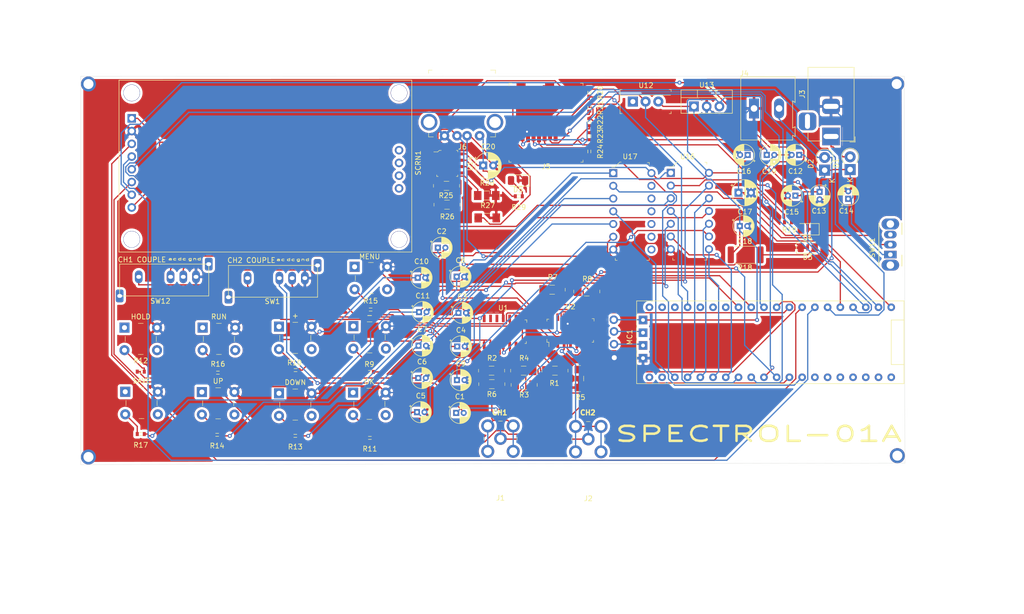
<source format=kicad_pcb>
(kicad_pcb (version 20211014) (generator pcbnew)
  (layers (0 "F.Cu" signal) (31 "B.Cu" signal) (34 "B.Paste" user) (35 "F.Paste" user) (36 "B.SilkS" user "B.Silkscreen") (37 "F.SilkS" user "F.Silkscreen") (38 "B.Mask" user) (39 "F.Mask" user) (44 "Edge.Cuts" user))
  (net 0 "")
  (net 1 "Net-(C1-Pad1)")
  (net 2 "ac2")
  (net 3 "ac1")
  (net 4 "Net-(C2-Pad1)")
  (net 5 "Net-(C3-Pad1)")
  (net 6 "GNDREF")
  (net 7 "Net-(C4-Pad1)")
  (net 8 "Net-(C5-Pad1)")
  (net 9 "Net-(C6-Pad1)")
  (net 10 "Net-(C7-Pad1)")
  (net 11 "Net-(C8-Pad1)")
  (net 12 "Net-(C9-Pad1)")
  (net 13 "Net-(C10-Pad1)")
  (net 14 "Net-(C11-Pad1)")
  (net 15 "Net-(C12-Pad1)")
  (net 16 "Net-(C16-Pad1)")
  (net 17 "+3V3")
  (net 18 "+5V")
  (net 19 "Net-(C20-Pad1)")
  (net 20 "Net-(D1-Pad2)")
  (net 21 "Net-(D3-Pad2)")
  (net 22 "Net-(D4-Pad2)")
  (net 23 "Net-(D5-Pad2)")
  (net 24 "Net-(J1-Pad2)")
  (net 25 "Net-(J2-Pad2)")
  (net 26 "PB9")
  (net 27 "PB15")
  (net 28 "PB14")
  (net 29 "PA5")
  (net 30 "PB13")
  (net 31 "PB12")
  (net 32 "Net-(J5-Pad9)")
  (net 33 "PB4")
  (net 34 "PB5")
  (net 35 "Net-(R2-Pad2)")
  (net 36 "CH2_IN")
  (net 37 "Net-(R3-Pad1)")
  (net 38 "Net-(R6-Pad2)")
  (net 39 "CH1_IN")
  (net 40 "Net-(R8-Pad1)")
  (net 41 "Net-(R9-Pad2)")
  (net 42 "Net-(R10-Pad2)")
  (net 43 "Net-(R11-Pad2)")
  (net 44 "Net-(R12-Pad2)")
  (net 45 "Net-(R13-Pad2)")
  (net 46 "Net-(R14-Pad2)")
  (net 47 "Net-(R15-Pad2)")
  (net 48 "Net-(R16-Pad2)")
  (net 49 "Net-(R17-Pad2)")
  (net 50 "PA8")
  (net 51 "Net-(R26-Pad2)")
  (net 52 "couple2")
  (net 53 "dc2")
  (net 54 "dc1")
  (net 55 "Net-(SW2-Pad4)")
  (net 56 "Net-(SW2-Pad1)")
  (net 57 "Net-(SW3-Pad1)")
  (net 58 "Net-(SW3-Pad4)")
  (net 59 "Net-(SW4-Pad1)")
  (net 60 "Net-(SW4-Pad4)")
  (net 61 "Net-(SW5-Pad4)")
  (net 62 "Net-(SW5-Pad1)")
  (net 63 "Net-(SW6-Pad4)")
  (net 64 "Net-(SW6-Pad1)")
  (net 65 "Net-(SW7-Pad1)")
  (net 66 "Net-(SW7-Pad4)")
  (net 67 "Net-(SW8-Pad1)")
  (net 68 "Net-(SW8-Pad4)")
  (net 69 "Net-(SW9-Pad1)")
  (net 70 "Net-(SW9-Pad4)")
  (net 71 "Net-(SW10-Pad4)")
  (net 72 "Net-(SW10-Pad1)")
  (net 73 "couple1")
  (net 74 "-")
  (net 75 "+")
  (net 76 "OK")
  (net 77 "HOLD")
  (net 78 "DOWN")
  (net 79 "UP")
  (net 80 "MENU")
  (net 81 "RUN")
  (net 82 "SAVE")
  (net 83 "Net-(U12-Pad1)")
  (net 84 "Net-(U14-Pad2)")
  (net 85 "Net-(U14-Pad5)")
  (net 86 "Net-(U14-Pad3)")
  (net 87 "PA9")
  (net 88 "PA10")
  (net 89 "PA11")
  (net 90 "PB3")
  (net 91 "+9V")
  (net 92 "Net-(U17-Pad13)")
  (net 93 "Net-(U17-Pad12)")
  (net 94 "Net-(U17-Pad11)")
  (net 95 "Net-(U17-Pad10)")
  (net 96 "Net-(U17-Pad9)")
  (net 97 "Net-(U17-Pad8)")
  (net 98 "Net-(MC1-Pad14)")
  (net 99 "Net-(MC1-Pad15)")
  (net 100 "Net-(MC1-Pad16)")
  (net 101 "Net-(MC1-Pad18)")
  (net 102 "Net-(MC1-Pad19)")
  (net 103 "Net-(MC1-Pad20)")
  (net 104 "Net-(MC1-Pad34)")
  (net 105 "Net-(MC1-Pad38)")
  (net 106 "Net-(MC1-Pad40)")
  (net 107 "Net-(MC1-Pad36)")
  (net 108 "Net-(MC1-Pad37)")
  (net 109 "Net-(MC1-Pad35)")
  (net 110 "Net-(MC1-Pad39)")
  (net 111 "PA7")
  (net 112 "Net-(MC1-Pad21)")
  (net 113 "Net-(MC1-Pad22)")
  (net 114 "Net-(MC1-Pad42)")
  (net 115 "Net-(MC1-Pad43)")
  (net 116 "Net-(SCRN1-Pad4)")
  (net 117 "Net-(SCRN1-Pad3)")
  (net 118 "Net-(SCRN1-Pad2)")
  (net 119 "Net-(SCRN1-Pad1)")
  (footprint "Capacitor_THT:CP_Radial_D4.0mm_P1.50mm" (layer "F.Cu") (at 106.782 105.004)
    (fp_text reference "C1")
    (fp_text value "0.1u")
  )
  (footprint "Capacitor_THT:CP_Radial_D4.0mm_P1.50mm" (layer "F.Cu") (at 103.124 72.0344)
    (fp_text reference "C2")
    (fp_text value "0.1u")
  )
  (footprint "Capacitor_THT:CP_Radial_D4.0mm_P1.50mm" (layer "F.Cu") (at 107.239 85.0392)
    (fp_text reference "C3")
    (fp_text value "0.1u")
  )
  (footprint "Capacitor_THT:CP_Radial_D4.0mm_P1.50mm" (layer "F.Cu") (at 106.985 91.7448)
    (fp_text reference "C4")
    (fp_text value "0.1u")
  )
  (footprint "Capacitor_THT:CP_Radial_D4.0mm_P1.50mm" (layer "F.Cu") (at 98.9584 104.851)
    (fp_text reference "C5")
    (fp_text value "0.1u")
  )
  (footprint "Capacitor_THT:CP_Radial_D4.0mm_P1.50mm" (layer "F.Cu") (at 99.2124 98.044)
    (fp_text reference "C6")
    (fp_text value "0.1u")
  )
  (footprint "Capacitor_THT:CP_Radial_D4.0mm_P1.50mm" (layer "F.Cu") (at 99.2632 91.5924)
    (fp_text reference "C7")
    (fp_text value "0.1u")
  )
  (footprint "Capacitor_THT:CP_Radial_D4.0mm_P1.50mm" (layer "F.Cu") (at 106.883 77.8256)
    (fp_text reference "C8")
    (fp_text value "0.1u")
  )
  (footprint "Capacitor_THT:CP_Radial_D4.0mm_P1.50mm" (layer "F.Cu") (at 106.934 98.4504)
    (fp_text reference "C9")
    (fp_text value "0.1u")
  )
  (footprint "Capacitor_THT:CP_Radial_D4.0mm_P1.50mm" (layer "F.Cu") (at 99.1108 78.0288)
    (fp_text reference "C10")
    (fp_text value "0.1u")
  )
  (footprint "Capacitor_THT:CP_Radial_D4.0mm_P1.50mm" (layer "F.Cu") (at 99.3648 84.8868)
    (fp_text reference "C11")
    (fp_text value "0.1u")
  )
  (footprint "Capacitor_THT:CP_Radial_D4.0mm_P1.50mm" (layer "F.Cu") (at 175.235 53.5178 180)
    (fp_text reference "C12")
    (fp_text value "100n")
  )
  (footprint "Capacitor_THT:CP_Radial_D4.0mm_P1.50mm" (layer "F.Cu") (at 179.299 60.8838 -90)
    (fp_text reference "C13")
    (fp_text value "100n")
  )
  (footprint "Capacitor_THT:CP_Radial_D4.0mm_P1.50mm" (layer "F.Cu") (at 185.014 62.2808 90)
    (fp_text reference "C14")
    (fp_text value "100n")
  )
  (footprint "Capacitor_THT:CP_Radial_D4.0mm_P1.50mm" (layer "F.Cu") (at 174.473 61.6458 180)
    (fp_text reference "C15")
    (fp_text value "100n")
  )
  (footprint "Capacitor_THT:CP_Radial_D4.0mm_P1.50mm" (layer "F.Cu") (at 164.948 53.5178 180)
    (fp_text reference "C16")
    (fp_text value "100n")
  )
  (footprint "Capacitor_THT:CP_Radial_D5.0mm_P2.50mm" (layer "F.Cu") (at 163.119 61.0616)
    (fp_text reference "C17")
    (fp_text value "0.22u")
  )
  (footprint "Capacitor_THT:CP_Radial_D4.0mm_P1.50mm" (layer "F.Cu") (at 163.373 67.7164)
    (fp_text reference "C18")
    (fp_text value "100n")
  )
  (footprint "Capacitor_THT:CP_Radial_D4.0mm_P1.50mm" (layer "F.Cu") (at 168.758 53.5178)
    (fp_text reference "C19")
    (fp_text value "0.1u")
  )
  (footprint "Capacitor_THT:CP_Radial_D5.0mm_P2.00mm" (layer "F.Cu") (at 112.166 55.626)
    (fp_text reference "C20")
    (fp_text value "22u")
  )
  (footprint "Diode_THT:D_DO-41_SOD81_P2.54mm_Vertical_KathodeUp" (layer "F.Cu") (at 185.395 56.4388 90)
    (fp_text reference "D1")
    (fp_text value "D")
  )
  (footprint "Diode_THT:D_DO-41_SOD81_P2.54mm_Vertical_KathodeUp" (layer "F.Cu") (at 180.315 56.5658 90)
    (fp_text reference "D2")
    (fp_text value "D")
  )
  (footprint "LED_SMD:LED_1206_3216Metric" (layer "F.Cu") (at 176.936 72.0344)
    (fp_text reference "D3")
    (fp_text value "LED")
  )
  (footprint "LED_SMD:LED_1206_3216Metric" (layer "F.Cu") (at 176.936 68.3514 180)
    (fp_text reference "D4")
    (fp_text value "LED")
  )
  (footprint "LED_SMD:LED_1206_3216Metric" (layer "F.Cu") (at 119.126 58.6232 180)
    (fp_text reference "D5")
    (fp_text value "LED")
  )
  (footprint "digikey-footprints:RF_SMA_RightAngle_5-1814400-1" (layer "F.Cu") (at 115.621 110.134 180)
    (fp_text reference "J1")
    (fp_text value "5-1814400-1")
  )
  (footprint "digikey-footprints:RF_SMA_RightAngle_5-1814400-1" (layer "F.Cu") (at 133.147 110.236 180)
    (fp_text reference "J2")
    (fp_text value "5-1814400-1")
  )
  (footprint "Connector_BarrelJack:BarrelJack_Horizontal" (layer "F.Cu") (at 181.585 49.8348 -90)
    (fp_text reference "J3")
    (fp_text value "12V IN")
  )
  (footprint "TerminalBlock:TerminalBlock_Altech_AK300-2_P5.00mm" (layer "F.Cu") (at 166.218 44.2468)
    (fp_text reference "J4")
    (fp_text value "Screw_Terminal_01x02")
  )
  (footprint "digikey-footprints:MicroSD_2908-05WB-MG" (layer "F.Cu") (at 126.619 50.038 180)
    (fp_text reference "J5")
    (fp_text value "Micro_SD_Card")
  )
  (footprint "digikey-footprints:USB_A_Female_UE27AC54100" (layer "F.Cu") (at 107.95 46.99 180)
    (fp_text reference "J6")
    (fp_text value "USB_A")
  )
  (footprint "my-screen:BLUE-PILL" (layer "F.Cu") (at 196.139 82.6516 -90)
    (fp_text reference "MC1")
    (fp_text value "BLUE-PILL")
  )
  (footprint "digikey-footprints:1206" (layer "F.Cu") (at 126.492 96.5708 180)
    (fp_text reference "R1")
    (fp_text value "10k")
  )
  (footprint "digikey-footprints:1206" (layer "F.Cu") (at 113.843 96.5708)
    (fp_text reference "R2")
    (fp_text value "10k")
  )
  (footprint "digikey-footprints:1206" (layer "F.Cu") (at 120.345 99.4156)
    (fp_text reference "R3")
    (fp_text value "10k")
  )
  (footprint "digikey-footprints:1206" (layer "F.Cu") (at 120.244 96.5708)
    (fp_text reference "R4")
    (fp_text value "10k")
  )
  (footprint "digikey-footprints:1206" (layer "F.Cu") (at 131.318 98.1456 90)
    (fp_text reference "R5")
    (fp_text value "10k")
  )
  (footprint "digikey-footprints:1206" (layer "F.Cu") (at 113.894 99.2632)
    (fp_text reference "R6")
    (fp_text value "10k")
  )
  (footprint "digikey-footprints:1206" (layer "F.Cu") (at 125.933 80.4164)
    (fp_text reference "R7")
    (fp_text value "10k")
  )
  (footprint "digikey-footprints:1206" (layer "F.Cu") (at 132.842 80.772)
    (fp_text reference "R8")
    (fp_text value "10k")
  )
  (footprint "digikey-footprints:0603" (layer "F.Cu") (at 89.5604 96.8248 180)
    (fp_text reference "R9")
    (fp_text value "1k")
  )
  (footprint "digikey-footprints:0603" (layer "F.Cu") (at 74.7268 96.4692 180)
    (fp_text reference "R10")
    (fp_text value "1k")
  )
  (footprint "digikey-footprints:0603" (layer "F.Cu") (at 89.5604 109.982 180)
    (fp_text reference "R11")
    (fp_text value "1k")
  )
  (footprint "digikey-footprints:0603" (layer "F.Cu") (at 43.8404 96.774)
    (fp_text reference "R12")
    (fp_text value "1k")
  )
  (footprint "digikey-footprints:0603" (layer "F.Cu") (at 74.676 109.576 180)
    (fp_text reference "R13")
    (fp_text value "1k")
  )
  (footprint "digikey-footprints:0603" (layer "F.Cu") (at 59.0804 109.372 180)
    (fp_text reference "R14")
    (fp_text value "1k")
  )
  (footprint "digikey-footprints:0603" (layer "F.Cu") (at 89.7128 84.3788 180)
    (fp_text reference "R15")
    (fp_text value "1k")
  )
  (footprint "digikey-footprints:0603" (layer "F.Cu") (at 59.2328 96.9772 180)
    (fp_text reference "R16")
    (fp_text value "1k")
  )
  (footprint "digikey-footprints:0603" (layer "F.Cu") (at 43.8404 109.22 180)
    (fp_text reference "R17")
    (fp_text value "1k")
  )
  (footprint "Resistor_SMD:R_2512_6332Metric" (layer "F.Cu") (at 164.541 73.4568)
    (fp_text reference "R18")
    (fp_text value "100R")
  )
  (footprint "digikey-footprints:0603" (layer "F.Cu") (at 172.999 66.9544)
    (fp_text reference "R19")
    (fp_text value "160R")
  )
  (footprint "digikey-footprints:0603" (layer "F.Cu") (at 133.35 41.0972 -90)
    (fp_text reference "R20")
    (fp_text value "22k")
  )
  (footprint "digikey-footprints:0603" (layer "F.Cu") (at 133.35 44.0944 -90)
    (fp_text reference "R21")
    (fp_text value "22k")
  )
  (footprint "digikey-footprints:0603" (layer "F.Cu") (at 133.35 46.99 -90)
    (fp_text reference "R22")
    (fp_text value "22k")
  )
  (footprint "digikey-footprints:0603" (layer "F.Cu") (at 133.35 49.784 -90)
    (fp_text reference "R23")
    (fp_text value "22k")
  )
  (footprint "digikey-footprints:0603" (layer "F.Cu") (at 133.35 52.832 -90)
    (fp_text reference "R24")
    (fp_text value "22k")
  )
  (footprint "digikey-footprints:1206" (layer "F.Cu") (at 104.851 59.69 180)
    (fp_text reference "R25")
    (fp_text value "10k")
  )
  (footprint "digikey-footprints:1206" (layer "F.Cu") (at 104.953 63.4492)
    (fp_text reference "R26")
    (fp_text value "10k")
  )
  (footprint "digikey-footprints:1206" (layer "F.Cu") (at 112.979 66.0908)
    (fp_text reference "R27")
    (fp_text value "10k")
  )
  (footprint "digikey-footprints:1206" (layer "F.Cu") (at 112.878 61.6204)
    (fp_text reference "R28")
    (fp_text value "10k")
  )
  (footprint "digikey-footprints:0603" (layer "F.Cu") (at 119.278 61.7728 180)
    (fp_text reference "R29")
    (fp_text value "1k")
  )
  (footprint "my-screen:1.8TFT_SCREEN" (layer "F.Cu") (at 97.917 38.608 -90)
    (fp_text reference "SCRN1")
    (fp_text value "1.8\"LCD_TFT")
  )
  (footprint "digikey-footprints:Switch_Tactile_THT_6x6mm_MJTP1230" (layer "F.Cu") (at 86.2584 87.6808)
    (fp_text reference "-")
    (fp_text value "SW_MEC_5E")
  )
  (footprint "digikey-footprints:Switch_Tactile_THT_6x6mm_MJTP1230" (layer "F.Cu") (at 71.4248 87.7824)
    (fp_text reference "+")
    (fp_text value "SW_MEC_5E")
  )
  (footprint "digikey-footprints:Switch_Tactile_THT_6x6mm_MJTP1230" (layer "F.Cu") (at 86.2076 100.94)
    (fp_text reference "OK")
    (fp_text value "SW_MEC_5E")
  )
  (footprint "digikey-footprints:Switch_Tactile_THT_6x6mm_MJTP1230" (layer "F.Cu") (at 40.5892 87.9856)
    (fp_text reference "HOLD")
    (fp_text value "SW_MEC_5E")
  )
  (footprint "digikey-footprints:Switch_Tactile_THT_6x6mm_MJTP1230" (layer "F.Cu") (at 71.4248 101.092)
    (fp_text reference "DOWN")
    (fp_text value "SW_MEC_5E")
  )
  (footprint "digikey-footprints:Switch_Tactile_THT_6x6mm_MJTP1230" (layer "F.Cu") (at 56.0324 100.838)
    (fp_text reference "UP")
    (fp_text value "SW_MEC_5E")
  )
  (footprint "digikey-footprints:Switch_Tactile_THT_6x6mm_MJTP1230" (layer "F.Cu") (at 86.5124 75.8444)
    (fp_text reference "MENU")
    (fp_text value "SW_MEC_5E")
  )
  (footprint "digikey-footprints:Switch_Tactile_THT_6x6mm_MJTP1230" (layer "F.Cu") (at 56.1848 87.9856)
    (fp_text reference "RUN")
    (fp_text value "SW_MEC_5E")
  )
  (footprint "digikey-footprints:Switch_Tactile_THT_6x6mm_MJTP1230" (layer "F.Cu") (at 40.7416 100.787)
    (fp_text reference "SAVE")
    (fp_text value "SW_MEC_5E")
  )
  (footprint "Button_Switch_THT:SW_CuK_OS102011MA1QN1_SPDT_Angled" (layer "F.Cu") (at 193.421 73.406 90)
    (fp_text reference "SW11")
    (fp_text value "SPDT")
  )
  (footprint "digikey-footprints:SOIC-14_W3.9mm" (layer "F.Cu") (at 116.18 88.8492)
    (fp_text reference "U1")
    (fp_text value "LM324ADR")
  )
  (footprint "digikey-footprints:SOIC-14_W3.9mm" (layer "F.Cu") (at 129.591 88.5952)
    (fp_text reference "U2")
    (fp_text value "LM324ADR")
  )
  (footprint "digikey-footprints:TO-220-3" (layer "F.Cu") (at 142.037 42.8752)
    (fp_text reference "U12")
    (fp_text value "LD1117V33")
  )
  (footprint "Package_TO_SOT_THT:TO-220-3_Vertical" (layer "F.Cu") (at 154.229 43.8404)
    (fp_text reference "U13")
    (fp_text value "LM7805_TO220")
  )
  (footprint "digikey-footprints:SOIC-8_W3.9mm" (layer "F.Cu") (at 105.004 55.2196 -90)
    (fp_text reference "U14")
    (fp_text value "LM3526-L")
  )
  (footprint "digikey-footprints:DIP-14_W3mm" (layer "F.Cu") (at 149.606 57.0992)
    (fp_text reference "U16")
    (fp_text value "SN74HC14N")
  )
  (footprint "digikey-footprints:DIP-14_W3mm" (layer "F.Cu") (at 138.125 57.15)
    (fp_text reference "U17")
    (fp_text value "SN74HC14N")
  )
  (footprint "my-screen:SP3T_OS103012MU1QP1_SWITCH" (layer "F.Cu") (at 61.341 75.565)
    (fp_text reference "SW1")
    (fp_text value "SW_SP3T")
  )
  (footprint "my-screen:SP3T_OS103012MU1QP1_SWITCH" (layer "F.Cu") (at 39.624 75.311)
    (fp_text reference "SW12")
    (fp_text value "SW_SP3T")
  )
  (gr_line (start 31.8516 37.846) (end 196.1896 37.7952) (layer "Edge.Cuts") (width 0.05))
  (gr_line (start 196.1896 37.7952) (end 196.342 115.0112) (layer "Edge.Cuts") (width 0.05))
  (gr_line (start 31.8516 115.316) (end 31.8516 37.846) (layer "Edge.Cuts") (width 0.05))
  (gr_line (start 196.342 115.0112) (end 31.8516 115.316) (layer "Edge.Cuts") (width 0.05))
  (gr_text "CH2 COUPLE" (at 65.913 74.549) (layer "F.SilkS") (effects (font (size 1 1))))
  (gr_text "ac" (at 71.755 74.422) (layer "F.SilkS") (effects (font (size 0.5 1) (thickness 0.125))))
  (gr_text "dc" (at 73.787 74.422) (layer "F.SilkS") (effects (font (size 0.5 1) (thickness 0.125))))
  (gr_text "gnd" (at 76.2 74.422) (layer "F.SilkS") (effects (font (size 0.5 1) (thickness 0.125))))
  (gr_text "dc" (at 52.07 74.295) (layer "F.SilkS") (effects (font (size 0.5 1) (thickness 0.125))))
  (gr_text "SPECTROL-01A" (at 167.132 109.22) (layer "F.SilkS") (effects (font (size 3 5) (thickness 0.5))))
  (gr_text "CH1" (at 115.4684 104.9528) (layer "F.SilkS") (effects (font (size 1 1) (thickness 0.25))))
  (gr_text "gnd" (at 54.61 74.295) (layer "F.SilkS") (effects (font (size 0.5 1) (thickness 0.125))))
  (gr_text "ac" (at 50.165 74.295) (layer "F.SilkS") (effects (font (size 0.5 1) (thickness 0.125))))
  (gr_text "CH1 COUPLE" (at 44.069 74.422) (layer "F.SilkS") (effects (font (size 1 1))))
  (gr_text "CH2" (at 133.0452 104.9528) (layer "F.SilkS") (effects (font (size 1 1) (thickness 0.25))))
  (via (at 194.818 113.538) (size 3) (drill 2) (layers "F.Cu" "B.Cu") (net 0))
  (segment (start 118.72 92.6245) (end 120.668 94.5729) (width 0.25) (layer "F.Cu") (net 1))
  (segment (start 122.895 95.3118) (end 123.617 96.0332) (width 0.25) (layer "F.Cu") (net 1))
  (segment (start 116.59 104.297) (end 114.688 104.297) (width 0.25) (layer "F.Cu") (net 1))
  (segment (start 123.617 96.0332) (end 123.617 96.5708) (width 0.25) (layer "F.Cu") (net 1))
  (segment (start 120.668 100.219) (end 116.59 104.297) (width 0.25) (layer "F.Cu") (net 1))
  (segment (start 118.72 91.5492) (end 118.72 92.6245) (width 0.25) (layer "F.Cu") (net 1))
  (segment (start 120.668 95.3118) (end 120.668 100.219) (width 0.25) (layer "F.Cu") (net 1))
  (segment (start 123.617 96.5708) (end 124.692 96.5708) (width 0.25) (layer "F.Cu") (net 1))
  (segment (start 120.668 94.5729) (end 120.668 95.3118) (width 0.25) (layer "F.Cu") (net 1))
  (segment (start 120.668 95.3118) (end 122.895 95.3118) (width 0.25) (layer "F.Cu") (net 1))
  (via (at 114.688 104.297) (size 0.8) (drill 0.4) (layers "F.Cu" "B.Cu") (net 1))
  (segment (start 107.74 104.046) (end 106.782 105.004) (width 0.25) (layer "B.Cu") (net 1))
  (segment (start 114.437 104.046) (end 107.74 104.046) (width 0.25) (layer "B.Cu") (net 1))
  (segment (start 114.688 104.297) (end 114.437 104.046) (width 0.25) (layer "B.Cu") (net 1))
  (segment (start 102.53 99.057) (end 79.1233 99.057) (width 0.25) (layer "F.Cu") (net 2))
  (segment (start 108.282 105.004) (end 108.282 104.809) (width 0.25) (layer "F.Cu") (net 2))
  (segment (start 108.282 104.809) (end 102.53 99.057) (width 0.25) (layer "F.Cu") (net 2))
  (via (at 79.1233 99.057) (size 0.8) (drill 0.4) (layers "F.Cu" "B.Cu") (net 2))
  (segment (start 72.9536 81.1449) (end 71.501 79.6923) (width 0.25) (layer "B.Cu") (net 2))
  (segment (start 71.501 79.6923) (end 71.501 78.105) (width 0.25) (layer "B.Cu") (net 2))
  (segment (start 79.1233 99.057) (end 72.9536 92.8873) (width 0.25) (layer "B.Cu") (net 2))
  (segment (start 72.9536 92.8873) (end 72.9536 81.1449) (width 0.25) (layer "B.Cu") (net 2))
  (segment (start 103.876 73.0139) (end 53.0338 73.0139) (width 0.25) (layer "F.Cu") (net 3))
  (segment (start 53.0338 73.0139) (end 49.784 76.2637) (width 0.25) (layer "F.Cu") (net 3))
  (segment (start 104.624 72.0344) (end 104.624 72.2659) (width 0.25) (layer "F.Cu") (net 3))
  (segment (start 49.784 76.2637) (end 49.784 77.851) (width 0.25) (layer "F.Cu") (net 3))
  (segment (start 104.624 72.2659) (end 103.876 73.0139) (width 0.25) (layer "F.Cu") (net 3))
  (segment (start 132.131 92.3705) (end 131.064 93.4373) (width 0.25) (layer "F.Cu") (net 4))
  (segment (start 126.656 89.7695) (end 118.966 82.0802) (width 0.25) (layer "F.Cu") (net 4))
  (segment (start 132.373 92.6125) (end 138.634 92.6125) (width 0.25) (layer "F.Cu") (net 4))
  (segment (start 132.131 92.3705) (end 132.373 92.6125) (width 0.25) (layer "F.Cu") (net 4))
  (segment (start 137.63 96.3456) (end 131.318 96.3456) (width 0.25) (layer "F.Cu") (net 4))
  (segment (start 128.954 90.4077) (end 128.316 89.7695) (width 0.25) (layer "F.Cu") (net 4))
  (segment (start 118.966 82.0802) (end 104.074 82.0802) (width 0.25) (layer "F.Cu") (net 4))
  (segment (start 138.634 92.6125) (end 139.504 93.482) (width 0.25) (layer "F.Cu") (net 4))
  (segment (start 128.316 89.7695) (end 126.656 89.7695) (width 0.25) (layer "F.Cu") (net 4))
  (segment (start 139.504 94.4718) (end 137.63 96.3456) (width 0.25) (layer "F.Cu") (net 4))
  (segment (start 130.211 93.4373) (end 128.954 92.1807) (width 0.25) (layer "F.Cu") (net 4))
  (segment (start 131.064 93.4373) (end 130.211 93.4373) (width 0.25) (layer "F.Cu") (net 4))
  (segment (start 132.131 91.2952) (end 132.131 92.3705) (width 0.25) (layer "F.Cu") (net 4))
  (segment (start 128.954 92.1807) (end 128.954 90.4077) (width 0.25) (layer "F.Cu") (net 4))
  (segment (start 139.504 93.482) (end 139.504 94.4718) (width 0.25) (layer "F.Cu") (net 4))
  (via (at 104.074 82.0802) (size 0.8) (drill 0.4) (layers "F.Cu" "B.Cu") (net 4))
  (segment (start 103.124 72.9597) (end 103.124 72.0344) (width 0.25) (layer "B.Cu") (net 4))
  (segment (start 104.074 73.9094) (end 103.124 72.9597) (width 0.25) (layer "B.Cu") (net 4))
  (segment (start 104.074 82.0802) (end 104.074 73.9094) (width 0.25) (layer "B.Cu") (net 4))
  (segment (start 101.741 90.436) (end 98.7595 90.436) (width 0.25) (layer "F.Cu") (net 5))
  (segment (start 92.3707 96.8248) (end 90.2604 96.8248) (width 0.25) (layer "F.Cu") (net 5))
  (segment (start 98.7595 90.436) (end 92.3707 96.8248) (width 0.25) (layer "F.Cu") (net 5))
  (via (at 101.741 90.436) (size 0.8) (drill 0.4) (layers "F.Cu" "B.Cu") (net 5))
  (segment (start 107.239 84.1139) (end 107.239 84.6896) (width 0.25) (layer "B.Cu") (net 5))
  (segment (start 107.239 84.6896) (end 101.741 90.1872) (width 0.25) (layer "B.Cu") (net 5))
  (segment (start 148.285 63.5) (end 127.853 63.5) (width 0.25) (layer "B.Cu") (net 5))
  (segment (start 149.606 62.1792) (end 148.285 63.5) (width 0.25) (layer "B.Cu") (net 5))
  (segment (start 127.853 63.5) (end 107.239 84.1139) (width 0.25) (layer "B.Cu") (net 5))
  (segment (start 101.741 90.1872) (end 101.741 90.436) (width 0.25) (layer "B.Cu") (net 5))
  (segment (start 107.239 85.0392) (end 107.239 84.6896) (width 0.25) (layer "B.Cu") (net 5))
  (segment (start 179.299 62.3838) (end 180.712 62.3838) (width 0.25) (layer "F.Cu") (net 6))
  (segment (start 129.367 96.1676) (end 129.367 96.5708) (width 0.25) (layer "F.Cu") (net 6))
  (segment (start 63.6038 99.7666) (end 76.5994 99.7666) (width 0.25) (layer "F.Cu") (net 6))
  (segment (start 172.973 61.9184) (end 172.973 61.6458) (width 0.25) (layer "F.Cu") (net 6))
  (segment (start 106.129 55.8546) (end 106.129 52.6733) (width 0.25) (layer "F.Cu") (net 6))
  (segment (start 116.18 85.0739) (end 108.774 85.0739) (width 0.25) (layer "F.Cu") (net 6))
  (segment (start 138.328 93.98) (end 131.555 93.98) (width 0.25) (layer "F.Cu") (net 6))
  (segment (start 114.779 66.0908) (end 114.779 62.9467) (width 0.25) (layer "F.Cu") (net 6))
  (segment (start 128.292 96.5708) (end 129.367 96.5708) (width 0.25) (layer "F.Cu") (net 6))
  (segment (start 114.779 62.9467) (end 114.678 62.8457) (width 0.25) (layer "F.Cu") (net 6))
  (segment (start 101.333 78.751) (end 107.633 78.751) (width 0.25) (layer "F.Cu") (net 6))
  (segment (start 113.603 60.678) (end 108.779 55.8546) (width 0.25) (layer "F.Cu") (net 6))
  (segment (start 101.638 84.1138) (end 107.989 84.1138) (width 0.25) (layer "F.Cu") (net 6))
  (segment (start 152.743 75.476) (end 149.606 72.3392) (width 0.25) (layer "F.Cu") (net 6))
  (segment (start 91.3822 99.6146) (end 84.6399 99.6146) (width 0.25) (layer "F.Cu") (net 6))
  (segment (start 107.454 55.8546) (end 106.129 55.8546) (width 0.25) (layer "F.Cu") (net 6))
  (segment (start 76.5994 99.7666) (end 77.9248 101.092) (width 0.25) (layer "F.Cu") (net 6))
  (segment (start 111.322 52.6733) (end 114.166 55.5173) (width 0.25) (layer "F.Cu") (net 6))
  (segment (start 148.463 71.1962) (end 149.606 72.3392) (width 0.25) (layer "F.Cu") (net 6))
  (segment (start 121.119 49.0922) (end 120.909 48.8826) (width 0.25) (layer "F.Cu") (net 6))
  (segment (start 129.272 86.9705) (end 129.03 87.2126) (width 0.25) (layer "F.Cu") (net 6))
  (segment (start 92.7076 100.94) (end 91.3822 99.6146) (width 0.25) (layer "F.Cu") (net 6))
  (segment (start 108.779 55.8546) (end 107.454 55.8546) (width 0.25) (layer "F.Cu") (net 6))
  (segment (start 162.26 75.476) (end 152.743 75.476) (width 0.25) (layer "F.Cu") (net 6))
  (segment (start 129.367 96.9196) (end 129.367 96.5708) (width 0.25) (layer "F.Cu") (net 6))
  (segment (start 174.715 71.2138) (end 166.522 71.2138) (width 0.25) (layer "F.Cu") (net 6))
  (segment (start 107.989 84.1138) (end 108.739 84.8638) (width 0.25) (layer "F.Cu") (net 6))
  (segment (start 129.591 86.9705) (end 129.272 86.9705) (width 0.25) (layer "F.Cu") (net 6))
  (segment (start 104.45 49.7) (end 106.129 51.3787) (width 0.25) (layer "F.Cu") (net 6))
  (segment (start 62.5324 100.838) (end 63.6038 99.7666) (width 0.25) (layer "F.Cu") (net 6))
  (segment (start 107.633 78.751) (end 108.383 78.001) (width 0.25) (layer "F.Cu") (net 6))
  (segment (start 100.865 84.8868) (end 101.638 84.1138) (width 0.25) (layer "F.Cu") (net 6))
  (segment (start 133.147 110.236) (end 115.723 110.236) (width 0.25) (layer "F.Cu") (net 6))
  (segment (start 166.522 71.2138) (end 162.26 75.476) (width 0.25) (layer "F.Cu") (net 6))
  (segment (start 139.319 71.1962) (end 148.463 71.1962) (width 0.25) (layer "F.Cu") (net 6))
  (segment (start 100.611 78.0288) (end 101.333 78.751) (width 0.25) (layer "F.Cu") (net 6))
  (segment (start 112.043 95.3028) (end 112.043 96.5708) (width 0.25) (layer "F.Cu") (net 6))
  (segment (start 175.536 72.0344) (end 174.715 71.2138) (width 0.25) (layer "F.Cu") (net 6))
  (segment (start 112.094 97.8471) (end 112.094 99.2632) (width 0.25) (layer "F.Cu") (net 6))
  (segment (start 108.485 91.7448) (end 112.043 95.3028) (width 0.25) (layer "F.Cu") (net 6))
  (segment (start 111.019 99.2632) (end 112.094 99.2632) (width 0.25) (layer "F.Cu") (net 6))
  (segment (start 178.336 63.3468) (end 174.401 63.3468) (width 0.25) (layer "F.Cu") (net 6))
  (segment (start 100.6108 78.0288) (end 100.611 78.0288) (width 0.25) (layer "F.Cu") (net 6))
  (segment (start 180.712 62.3838) (end 182.315 60.7808) (width 0.25) (layer "F.Cu") (net 6))
  (segment (start 114.166 55.626) (end 117.529 55.626) (width 0.25) (layer "F.Cu") (net 6))
  (segment (start 129.591 85.8952) (end 129.591 86.9705) (width 0.25) (layer "F.Cu") (net 6))
  (segment (start 174.401 63.3468) (end 172.973 61.9184) (width 0.25) (layer "F.Cu") (net 6))
  (segment (start 178.336 63.3468) (end 179.299 62.3838) (width 0.25) (layer "F.Cu") (net 6))
  (segment (start 117.529 55.626) (end 120.526 58.6232) (width 0.25) (layer "F.Cu") (net 6))
  (segment (start 131.555 93.98) (end 129.367 96.1676) (width 0.25) (layer "F.Cu") (net 6))
  (segment (start 108.383 78.001) (end 108.383 77.8256) (width 0.25) (layer "F.Cu") (net 6))
  (segment (start 112.043 96.5708) (end 112.043 97.7961) (width 0.25) (layer "F.Cu") (net 6))
  (segment (start 115.723 110.236) (end 115.621 110.134) (width 0.25) (layer "F.Cu") (net 6))
  (segment (start 178.336 68.3514) (end 178.336 63.3468) (width 0.25) (layer "F.Cu") (net 6))
  (segment (start 106.129 51.3787) (end 106.129 52.6733) (width 0.25) (layer "F.Cu") (net 6))
  (segment (start 113.603 61.6204) (end 113.603 60.678) (width 0.25) (layer "F.Cu") (net 6))
  (segment (start 100.8648 84.8868) (end 100.865 84.8868) (width 0.25) (layer "F.Cu") (net 6))
  (segment (start 116.18 86.1492) (end 116.18 85.0739) (width 0.25) (layer "F.Cu") (net 6))
  (segment (start 110.206 98.4504) (end 111.019 99.2632) (width 0.25) (layer "F.Cu") (net 6))
  (segment (start 114.678 62.8457) (end 114.678 61.6204) (width 0.25) (layer "F.Cu") (net 6))
  (segment (start 164.873 67.7164) (end 166.522 69.3659) (width 0.25) (layer "F.Cu") (net 6))
  (segment (start 173.735 53.5178) (end 170.258 53.5178) (width 0.25) (layer "F.Cu") (net 6))
  (segment (start 121.119 50.238) (end 121.119 49.0922) (width 0.25) (layer "F.Cu") (net 6))
  (segment (start 131.318 98.8703) (end 129.367 96.9196) (width 0.25) (layer "F.Cu") (net 6))
  (segment (start 108.739 84.8638) (end 108.739 85.0392) (width 0.25) (layer "F.Cu") (net 6))
  (segment (start 131.318 99.9456) (end 131.318 98.8703) (width 0.25) (layer "F.Cu") (net 6))
  (segment (start 114.166 55.5173) (end 114.166 55.626) (width 0.25) (layer "F.Cu") (net 6))
  (segment (start 108.774 85.0739) (end 108.739 85.0392) (width 0.25) (layer "F.Cu") (net 6))
  (segment (start 84.6399 99.6146) (end 83.1625 101.092) (width 0.25) (layer "F.Cu") (net 6))
  (segment (start 112.043 97.7961) (end 112.094 97.8471) (width 0.25) (layer "F.Cu") (net 6))
  (segment (start 108.434 98.4504) (end 110.206 98.4504) (width 0.25) (layer "F.Cu") (net 6))
  (segment (start 106.129 52.6733) (end 111.322 52.6733) (width 0.25) (layer "F.Cu") (net 6))
  (segment (start 138.125 72.39) (end 139.319 71.1962) (width 0.25) (layer "F.Cu") (net 6))
  (segment (start 166.522 69.3659) (end 166.522 71.2138) (width 0.25) (layer "F.Cu") (net 6))
  (segment (start 182.315 60.7808) (end 185.014 60.7808) (width 0.25) (layer "F.Cu") (net 6))
  (segment (start 114.678 61.6204) (end 113.603 61.6204) (width 0.25) (layer "F.Cu") (net 6))
  (segment (start 83.1625 101.092) (end 77.9248 101.092) (width 0.25) (layer "F.Cu") (net 6))
  (via (at 33.401 113.792) (size 3) (drill 2) (layers "F.Cu" "B.Cu") (net 6))
  (via (at 194.691 39.37) (size 3) (drill 2) (layers "F.Cu" "B.Cu") (net 6))
  (via (at 129.03 87.2126) (size 0.8) (drill 0.4) (layers "F.Cu" "B.Cu") (net 6))
  (via (at 120.909 48.8826) (size 0.8) (drill 0.4) (layers "F.Cu" "B.Cu") (net 6))
  (via (at 138.328 93.98) (size 1.7) (drill 1) (layers "F.Cu" "B.Cu") (net 6))
  (via (at 33.401 39.37) (size 3) (drill 2) (layers "F.Cu" "B.Cu") (net 6))
  (segment (start 158.098 45.1691) (end 156.769 43.8404) (width 0.25) (layer "B.Cu") (net 6))
  (segment (start 168.282 55.1316) (end 168.822 55.1316) (width 0.25) (layer "B.Cu") (net 6))
  (segment (start 100.763 97.9932) (end 100.763 91.5924) (width 0.25) (layer "B.Cu") (net 6))
  (segment (start 164.873 67.7164) (end 165.619 66.9704) (width 0.25) (layer "B.Cu") (net 6))
  (segment (start 61.3046 89.3658) (end 62.6848 87.9856) (width 0.25) (layer "B.Cu") (net 6))
  (segment (start 98.6576 75.8444) (end 100.611 77.7976) (width 0.25) (layer "B.Cu") (net 6))
  (segment (start 77.9248 88.1954) (end 79.8486 90.1192) (width 0.25) (layer "B.Cu") (net 6))
  (segment (start 100.712 98.044) (end 100.7122 98.0438) (width 0.25) (layer "B.Cu") (net 6))
  (segment (start 43.2403 49.9713) (end 42.037 48.768) (width 0.25) (layer "B.Cu") (net 6))
  (segment (start 138.125 72.39) (end 137.047 73.4679) (width 0.25) (layer "B.Cu") (net 6))
  (segment (start 41.6406 55.118) (end 42.5414 55.118) (width 0.25) (layer "B.Cu") (net 6))
  (segment (start 114.166 55.626) (end 120.909 48.8826) (width 0.25) (layer "B.Cu") (net 6))
  (segment (start 98.6576 75.8444) (end 98.6576 55.4924) (width 0.25) (layer "B.Cu") (net 6))
  (segment (start 98.034 100.94) (end 100.712 98.2616) (width 0.25) (layer "B.Cu") (net 6))
  (segment (start 108.739 90.5178) (end 108.485 90.7718) (width 0.25) (layer "B.Cu") (net 6))
  (segment (start 54.864 80.1648) (end 54.864 77.851) (width 0.25) (layer "B.Cu") (net 6))
  (segment (start 100.763 91.5924) (end 100.7632 91.5924) (width 0.25) (layer "B.Cu") (net 6))
  (segment (start 181.585 43.8348) (end 183.66 45.9102) (width 0.25) (layer "B.Cu") (net 6))
  (segment (start 47.2416 100.787) (end 48.4694 99.5592) (width 0.25) (layer "B.Cu") (net 6))
  (segment (start 183.66 45.9102) (end 183.66 59.4272) (width 0.25) (layer "B.Cu") (net 6))
  (segment (start 79.8486 90.1192) (end 79.8486 99.3651) (width 0.25) (layer "B.Cu") (net 6))
  (segment (start 100.865 84.8868) (end 100.865 85.1501) (width 0.25) (layer "B.Cu") (net 6))
  (segment (start 100.712 98.2616) (end 100.712 98.044) (width 0.25) (layer "B.Cu") (net 6))
  (segment (start 109.867 98.4504) (end 108.434 98.4504) (width 0.25) (layer "B.Cu") (net 6))
  (segment (start 40.8465 56.9314) (end 40.8465 55.9121) (width 0.25) (layer "B.Cu") (net 6))
  (segment (start 143.967 93.98) (end 144.069 94.0816) (width 0.25) (layer "B.Cu") (net 6))
  (segment (start 165.56 44.2468) (end 164.638 45.1691) (width 0.25) (layer "B.Cu") (net 6))
  (segment (start 133.147 99.161) (end 138.328 93.98) (width 0.25) (layer "B.Cu") (net 6))
  (segment (start 100.7122 98.0438) (end 100.763 97.9932) (width 0.25) (layer "B.Cu") (net 6))
  (segment (start 165.619 57.7948) (end 168.282 55.1316) (width 0.25) (layer "B.Cu") (net 6))
  (segment (start 163.448 45.1691) (end 163.448 52.5916) (width 0.25) (layer "B.Cu") (net 6))
  (segment (start 165.619 61.0616) (end 165.619 57.7948) (width 0.25) (layer "B.Cu") (net 6))
  (segment (start 93.0124 75.8444) (end 98.6576 75.8444) (width 0.25) (layer "B.Cu") (net 6))
  (segment (start 54.864 70.0907) (end 42.4313 57.658) (width 0.25) (layer "B.Cu") (net 6))
  (segment (start 108.739 85.0392) (end 108.739 90.5178) (width 0.25) (layer "B.Cu") (net 6))
  (segment (start 103.207 90.7718) (end 108.485 90.7718) (width 0.25) (layer "B.Cu") (net 6))
  (segment (start 138.328 93.98) (end 143.967 93.98) (width 0.25) (layer "B.Cu") (net 6))
  (segment (start 48.4694 89.3658) (end 47.0892 87.9856) (width 0.25) (layer "B.Cu") (net 6))
  (segment (start 163.448 45.1691) (end 158.098 45.1691) (width 0.25) (layer "B.Cu") (net 6))
  (segment (start 77.9248 87.7824) (end 76.581 86.4386) (width 0.25) (layer "B.Cu") (net 6))
  (segment (start 78.1217 101.092) (end 77.9248 101.092) (width 0.25) (layer "B.Cu") (net 6))
  (segment (start 62.6848 87.9856) (end 56.2672 81.568) (width 0.25) (layer "B.Cu") (net 6))
  (segment (start 100.611 77.9132) (end 100.611 78.0288) (width 0.25) (layer "B.Cu") (net 6))
  (segment (start 108.485 90.7718) (end 108.485 91.7448) (width 0.25) (layer "B.Cu") (net 6))
  (segment (start 100.611 78.0288) (end 100.865 78.2828) (width 0.25) (layer "B.Cu") (net 6))
  (segment (start 100.611 77.9132) (end 100.6108 77.9134) (width 0.25) (layer "B.Cu") (net 6))
  (segment (start 100.611 77.7976) (end 100.611 77.9132) (width 0.25) (layer "B.Cu") (net 6))
  (segment (start 163.448 52.5916) (end 165.742 52.5916) (width 0.25) (layer "B.Cu") (net 6))
  (segment (start 98.6576 55.4924) (end 104.45 49.7) (width 0.25) (layer "B.Cu") (net 6))
  (segment (start 100.865 78.2828) (end 100.865 84.8868) (width 0.25) (layer "B.Cu") (net 6))
  (segment (start 168.822 55.1316) (end 170.258 53.6953) (width 0.25) (layer "B.Cu") (net 6))
  (segment (start 100.7632 91.5924) (end 102.387 91.5924) (width 0.25) (layer "B.Cu") (net 6))
  (segment (start 77.9248 87.7824) (end 77.9248 88.1954) (width 0.25) (layer "B.Cu") (net 6))
  (segment (start 100.4584 104.1079) (end 100.4584 104.851) (width 0.25) (layer "B.Cu") (net 6))
  (segment (start 79.8486 99.3651) (end 78.1217 101.092) (width 0.25) (layer "B.Cu") (net 6))
  (segment (start 100.6108 77.9134) (end 100.6108 78.0288) (width 0.25) (layer "B.Cu") (net 6))
  (segment (start 100.865 85.1501) (end 98.3341 87.6808) (width 0.25) (layer "B.Cu") (net 6))
  (segment (start 48.4694 89.3658) (end 56.2672 81.568) (width 0.25) (layer "B.Cu") (net 6))
  (segment (start 100.458 104.1075) (end 100.458 104.851) (width 0.25) (layer "B.Cu") (net 6))
  (segment (start 102.387 91.5924) (end 103.207 90.7718) (width 0.25) (layer "B.Cu") (net 6))
  (segment (start 76.581 86.4386) (end 76.581 78.105) (width 0.25) (layer "B.Cu") (net 6))
  (segment (start 100.7124 98.044) (end 100.7122 98.0438) (width 0.25) (layer "B.Cu") (net 6))
  (segment (start 164.638 45.1691) (end 163.448 45.1691) (width 0.25) (layer "B.Cu") (net 6))
  (segment (start 165.742 52.5916) (end 168.282 55.1316) (width 0.25) (layer "B.Cu") (net 6))
  (segment (start 133.147 110.236) (end 133.147 99.161) (width 0.25) (layer "B.Cu") (net 6))
  (segment (start 41.5731 57.658) (end 40.8465 56.9314) (width 0.25) (layer "B.Cu") (net 6))
  (segment (start 54.864 77.851) (end 54.864 70.0907) (width 0.25) (layer "B.Cu") (net 6))
  (segment (start 170.258 53.6953) (end 170.258 53.5178) (width 0.25) (layer "B.Cu") (net 6))
  (segment (start 98.3341 87.6808) (end 92.7584 87.6808) (width 0.25) (layer "B.Cu") (net 6))
  (segment (start 173.735 53.5178) (end 172.973 54.2798) (width 0.25) (layer "B.Cu") (net 6))
  (segment (start 115.621 110.134) (end 115.621 104.204) (width 0.25) (layer "B.Cu") (net 6))
  (segment (start 61.3046 99.6102) (end 61.3046 89.3658) (width 0.25) (layer "B.Cu") (net 6))
  (segment (start 166.218 44.2468) (end 165.56 44.2468) (width 0.25) (layer "B.Cu") (net 6))
  (segment (start 42.5414 55.118) (end 43.2403 54.4191) (width 0.25) (layer "B.Cu") (net 6))
  (segment (start 163.448 52.5916) (end 163.448 53.5178) (width 0.25) (layer "B.Cu") (net 6))
  (segment (start 62.5324 100.838) (end 61.3046 99.6102) (width 0.25) (layer "B.Cu") (net 6))
  (segment (start 40.8465 55.9121) (end 41.6406 55.118) (width 0.25) (layer "B.Cu") (net 6))
  (segment (start 165.619 66.9704) (end 165.619 61.0616) (width 0.25) (layer "B.Cu") (net 6))
  (segment (start 172.973 54.2798) (end 172.973 61.6458) (width 0.25) (layer "B.Cu") (net 6))
  (segment (start 137.047 87.2126) (end 137.047 92.6991) (width 0.25) (layer "B.Cu") (net 6))
  (segment (start 183.66 59.4272) (end 185.014 60.7808) (width 0.25) (layer "B.Cu") (net 6))
  (segment (start 100.458 103.364) (end 100.458 104.1075) (width 0.25) (layer "B.Cu") (net 6))
  (segment (start 43.2403 54.4191) (end 43.2403 49.9713) (width 0.25) (layer "B.Cu") (net 6))
  (segment (start 137.047 87.2126) (end 129.03 87.2126) (width 0.25) (layer "B.Cu") (net 6))
  (segment (start 137.047 92.6991) (end 138.328 93.98) (width 0.25) (layer "B.Cu") (net 6))
  (segment (start 100.8648 84.8868) (end 100.865 84.8868) (width 0.25) (layer "B.Cu") (net 6))
  (segment (start 137.047 73.4679) (end 137.047 87.2126) (width 0.25) (layer "B.Cu") (net 6))
  (segment (start 42.4313 57.658) (end 41.5731 57.658) (width 0.25) (layer "B.Cu") (net 6))
  (segment (start 56.2672 81.568) (end 54.864 80.1648) (width 0.25) (layer "B.Cu") (net 6))
  (segment (start 48.4694 99.5592) (end 48.4694 89.3658) (width 0.25) (layer "B.Cu") (net 6))
  (segment (start 100.458 104.1075) (end 100.4584 104.1079) (width 0.25) (layer "B.Cu") (net 6))
  (segment (start 98.034 100.94) (end 100.458 103.364) (width 0.25) (layer "B.Cu") (net 6))
  (segment (start 115.621 104.204) (end 109.867 98.4504) (width 0.25) (layer "B.Cu") (net 6))
  (segment (start 92.7076 100.94) (end 98.034 100.94) (width 0.25) (layer "B.Cu") (net 6))
  (segment (start 75.4268 96.4692) (end 76.0521 96.4692) (width 0.25) (layer "F.Cu") (net 7))
  (segment (start 99.913 88.6456) (end 101.589 88.6456) (width 0.25) (layer "F.Cu") (net 7))
  (segment (start 104.689 91.7448) (end 106.985 91.7448) (width 0.25) (layer "F.Cu") (net 7))
  (segment (start 101.589 88.6456) (end 104.689 91.7448) (width 0.25) (layer "F.Cu") (net 7))
  (segment (start 97.8916 90.667) (end 99.913 88.6456) (width 0.25) (layer "F.Cu") (net 7))
  (segment (start 81.8543 90.667) (end 97.8916 90.667) (width 0.25) (layer "F.Cu") (net 7))
  (segment (start 76.0521 96.4692) (end 81.8543 90.667) (width 0.25) (layer "F.Cu") (net 7))
  (via (at 101.589 88.6456) (size 0.8) (drill 0.4) (layers "F.Cu" "B.Cu") (net 7))
  (segment (start 131.664 58.2754) (end 101.589 88.3496) (width 0.25) (layer "B.Cu") (net 7))
  (segment (start 149.606 57.0992) (end 148.481 57.0992) (width 0.25) (layer "B.Cu") (net 7))
  (segment (start 101.589 88.3496) (end 101.589 88.6456) (width 0.25) (layer "B.Cu") (net 7))
  (segment (start 147.304 58.2754) (end 131.664 58.2754) (width 0.25) (layer "B.Cu") (net 7))
  (segment (start 148.481 57.0992) (end 147.304 58.2754) (width 0.25) (layer "B.Cu") (net 7))
  (segment (start 92.9021 109.982) (end 90.2604 109.982) (width 0.25) (layer "F.Cu") (net 8))
  (segment (start 118.506 79.2448) (end 118.654 79.0962) (width 0.25) (layer "F.Cu") (net 8))
  (segment (start 98.9584 104.851) (end 98.0331 104.851) (width 0.25) (layer "F.Cu") (net 8))
  (segment (start 148.079 79.0962) (end 148.716 79.7324) (width 0.25) (layer "F.Cu") (net 8))
  (segment (start 116.731 78.9905) (end 116.986 79.2448) (width 0.25) (layer "F.Cu") (net 8))
  (segment (start 116.986 79.2448) (end 118.506 79.2448) (width 0.25) (layer "F.Cu") (net 8))
  (segment (start 98.0331 104.851) (end 92.9021 109.982) (width 0.25) (layer "F.Cu") (net 8))
  (segment (start 118.654 79.0962) (end 148.079 79.0962) (width 0.25) (layer "F.Cu") (net 8))
  (via (at 148.716 79.7324) (size 0.8) (drill 0.4) (layers "F.Cu" "B.Cu") (net 8))
  (via (at 116.731 78.9905) (size 0.8) (drill 0.4) (layers "F.Cu" "B.Cu") (net 8))
  (segment (start 149.606 67.2592) (end 148.481 68.3846) (width 0.25) (layer "B.Cu") (net 8))
  (segment (start 100.837 105.789) (end 101.605 105.021) (width 0.25) (layer "B.Cu") (net 8))
  (segment (start 99.8968 105.789) (end 100.837 105.789) (width 0.25) (layer "B.Cu") (net 8))
  (segment (start 110.385 85.3363) (end 116.731 78.9905) (width 0.25) (layer "B.Cu") (net 8))
  (segment (start 148.481 79.4974) (end 148.716 79.7324) (width 0.25) (layer "B.Cu") (net 8))
  (segment (start 110.385 91.1531) (end 110.385 85.3363) (width 0.25) (layer "B.Cu") (net 8))
  (segment (start 101.605 99.9337) (end 110.385 91.1531) (width 0.25) (layer "B.Cu") (net 8))
  (segment (start 148.481 68.3846) (end 148.481 79.4974) (width 0.25) (layer "B.Cu") (net 8))
  (segment (start 98.9584 104.851) (end 99.8968 105.789) (width 0.25) (layer "B.Cu") (net 8))
  (segment (start 101.605 105.021) (end 101.605 99.9337) (width 0.25) (layer "B.Cu") (net 8))
  (segment (start 102.572 94.6848) (end 99.2124 98.044) (width 0.25) (layer "F.Cu") (net 9))
  (segment (start 44.6449 98.044) (end 43.7657 97.1648) (width 0.25) (layer "F.Cu") (net 9))
  (segment (start 108.982 94.6848) (end 102.572 94.6848) (width 0.25) (layer "F.Cu") (net 9))
  (segment (start 142.999 68.6059) (end 141.678 69.927) (width 0.25) (layer "F.Cu") (net 9))
  (segment (start 157.226 69.7992) (end 156.033 68.6059) (width 0.25) (layer "F.Cu") (net 9))
  (segment (start 43.7657 97.1648) (end 43.7657 96.774) (width 0.25) (layer "F.Cu") (net 9))
  (segment (start 156.033 68.6059) (end 142.999 68.6059) (width 0.25) (layer "F.Cu") (net 9))
  (segment (start 99.2124 98.044) (end 44.6449 98.044) (width 0.25) (layer "F.Cu") (net 9))
  (segment (start 43.7657 96.774) (end 43.1404 96.774) (width 0.25) (layer "F.Cu") (net 9))
  (via (at 141.678 69.927) (size 0.8) (drill 0.4) (layers "F.Cu" "B.Cu") (net 9))
  (via (at 108.982 94.6848) (size 0.8) (drill 0.4) (layers "F.Cu" "B.Cu") (net 9))
  (segment (start 132.691 70.9754) (end 108.982 94.6848) (width 0.25) (layer "B.Cu") (net 9))
  (segment (start 140.629 70.9754) (end 132.691 70.9754) (width 0.25) (layer "B.Cu") (net 9))
  (segment (start 141.678 69.927) (end 140.629 70.9754) (width 0.25) (layer "B.Cu") (net 9))
  (segment (start 77.241 109.587) (end 76.0121 109.587) (width 0.25) (layer "F.Cu") (net 10))
  (segment (start 76.0121 109.587) (end 76.0013 109.576) (width 0.25) (layer "F.Cu") (net 10))
  (segment (start 76.0013 109.576) (end 75.376 109.576) (width 0.25) (layer "F.Cu") (net 10))
  (via (at 77.241 109.587) (size 0.8) (drill 0.4) (layers "F.Cu" "B.Cu") (net 10))
  (segment (start 99.2632 91.3374) (end 101.23 89.3709) (width 0.25) (layer "B.Cu") (net 10))
  (segment (start 101.89 89.3709) (end 102.315 88.9461) (width 0.25) (layer "B.Cu") (net 10))
  (segment (start 128.346 62.23) (end 138.125 62.23) (width 0.25) (layer "B.Cu") (net 10))
  (segment (start 83.3156 103.512) (end 77.241 109.587) (width 0.25) (layer "B.Cu") (net 10))
  (segment (start 102.315 88.9461) (end 102.315 88.2612) (width 0.25) (layer "B.Cu") (net 10))
  (segment (start 99.2632 91.5924) (end 99.2632 91.3374) (width 0.25) (layer "B.Cu") (net 10))
  (segment (start 87.0884 103.512) (end 83.3156 103.512) (width 0.25) (layer "B.Cu") (net 10))
  (segment (start 101.23 89.3709) (end 101.89 89.3709) (width 0.25) (layer "B.Cu") (net 10))
  (segment (start 99.2632 91.3374) (end 87.0884 103.512) (width 0.25) (layer "B.Cu") (net 10))
  (segment (start 102.315 88.2612) (end 128.346 62.23) (width 0.25) (layer "B.Cu") (net 10))
  (segment (start 61.6008 109.587) (end 60.6205 109.587) (width 0.25) (layer "F.Cu") (net 11))
  (segment (start 60.6205 109.587) (end 60.4057 109.372) (width 0.25) (layer "F.Cu") (net 11))
  (segment (start 60.4057 109.372) (end 59.7804 109.372) (width 0.25) (layer "F.Cu") (net 11))
  (via (at 61.6008 109.587) (size 0.8) (drill 0.4) (layers "F.Cu" "B.Cu") (net 11))
  (segment (start 87.9593 99.2879) (end 84.8822 99.2879) (width 0.25) (layer "B.Cu") (net 11))
  (segment (start 110.24 74.4688) (end 112.528 74.4688) (width 0.25) (layer "B.Cu") (net 11))
  (segment (start 112.528 74.4688) (end 129.847 57.15) (width 0.25) (layer "B.Cu") (net 11))
  (segment (start 68.3198 102.868) (end 61.6008 109.587) (width 0.25) (layer "B.Cu") (net 11))
  (segment (start 81.3023 102.868) (end 68.3198 102.868) (width 0.25) (layer "B.Cu") (net 11))
  (segment (start 84.8822 99.2879) (end 81.3023 102.868) (width 0.25) (layer "B.Cu") (net 11))
  (segment (start 106.883 77.8256) (end 106.883 80.3642) (width 0.25) (layer "B.Cu") (net 11))
  (segment (start 106.883 77.8256) (end 110.24 74.4688) (width 0.25) (layer "B.Cu") (net 11))
  (segment (start 106.883 80.3642) (end 87.9593 99.2879) (width 0.25) (layer "B.Cu") (net 11))
  (segment (start 129.847 57.15) (end 138.125 57.15) (width 0.25) (layer "B.Cu") (net 11))
  (segment (start 96.9886 86.1492) (end 111.492 86.1492) (width 0.25) (layer "F.Cu") (net 12))
  (segment (start 117.901 78.5195) (end 152.199 78.5195) (width 0.25) (layer "F.Cu") (net 12))
  (segment (start 90.4128 84.3788) (end 95.2182 84.3788) (width 0.25) (layer "F.Cu") (net 12))
  (segment (start 95.2182 84.3788) (end 96.9886 86.1492) (width 0.25) (layer "F.Cu") (net 12))
  (segment (start 152.199 78.5195) (end 152.473 78.7934) (width 0.25) (layer "F.Cu") (net 12))
  (via (at 111.492 86.1492) (size 0.8) (drill 0.4) (layers "F.Cu" "B.Cu") (net 12))
  (via (at 152.473 78.7934) (size 0.8) (drill 0.4) (layers "F.Cu" "B.Cu") (net 12))
  (via (at 117.901 78.5195) (size 0.8) (drill 0.4) (layers "F.Cu" "B.Cu") (net 12))
  (segment (start 106.934 95.5699) (end 111.492 91.0117) (width 0.25) (layer "B.Cu") (net 12))
  (segment (start 157.226 59.6392) (end 152.473 64.3926) (width 0.25) (layer "B.Cu") (net 12))
  (segment (start 106.934 98.4504) (end 106.934 95.5699) (width 0.25) (layer "B.Cu") (net 12))
  (segment (start 111.492 91.0117) (end 111.492 86.1492) (width 0.25) (layer "B.Cu") (net 12))
  (segment (start 117.901 78.5195) (end 117.901 79.7408) (width 0.25) (layer "B.Cu") (net 12))
  (segment (start 117.901 79.7408) (end 111.492 86.1492) (width 0.25) (layer "B.Cu") (net 12))
  (segment (start 152.473 64.3926) (end 152.473 78.7934) (width 0.25) (layer "B.Cu") (net 12))
  (segment (start 69.716 90.3546) (end 63.0934 96.9772) (width 0.25) (layer "F.Cu") (net 13))
  (segment (start 110.741 73.0182) (end 110.142 73.6179) (width 0.25) (layer "F.Cu") (net 13))
  (segment (start 77.9469 90.3546) (end 69.716 90.3546) (width 0.25) (layer "F.Cu") (net 13))
  (segment (start 63.0934 96.9772) (end 59.9328 96.9772) (width 0.25) (layer "F.Cu") (net 13))
  (segment (start 110.142 73.6179) (end 103.522 73.6179) (width 0.25) (layer "F.Cu") (net 13))
  (segment (start 157.226 64.7192) (end 155.905 66.04) (width 0.25) (layer "F.Cu") (net 13))
  (segment (start 115.287 73.0182) (end 110.741 73.0182) (width 0.25) (layer "F.Cu") (net 13))
  (segment (start 122.265 66.04) (end 115.287 73.0182) (width 0.25) (layer "F.Cu") (net 13))
  (segment (start 79.5283 88.7732) (end 77.9469 90.3546) (width 0.25) (layer "F.Cu") (net 13))
  (segment (start 103.522 73.6179) (end 99.1108 78.0288) (width 0.25) (layer "F.Cu") (net 13))
  (segment (start 155.905 66.04) (end 122.265 66.04) (width 0.25) (layer "F.Cu") (net 13))
  (via (at 79.5283 88.7732) (size 0.8) (drill 0.4) (layers "F.Cu" "B.Cu") (net 13))
  (segment (start 81.4856 88.7732) (end 79.5283 88.7732) (width 0.25) (layer "B.Cu") (net 13))
  (segment (start 92.23 78.0288) (end 81.4856 88.7732) (width 0.25) (layer "B.Cu") (net 13))
  (segment (start 99.1108 78.0288) (end 92.23 78.0288) (width 0.25) (layer "B.Cu") (net 13))
  (segment (start 45.5325 109.587) (end 45.1657 109.22) (width 0.25) (layer "F.Cu") (net 14))
  (segment (start 103.765 80.4867) (end 112.74 80.4867) (width 0.25) (layer "F.Cu") (net 14))
  (segment (start 45.1657 109.22) (end 44.5404 109.22) (width 0.25) (layer "F.Cu") (net 14))
  (segment (start 99.3648 84.8868) (end 103.765 80.4867) (width 0.25) (layer "F.Cu") (net 14))
  (segment (start 46.1384 109.587) (end 45.5325 109.587) (width 0.25) (layer "F.Cu") (net 14))
  (via (at 112.74 80.4867) (size 0.8) (drill 0.4) (layers "F.Cu" "B.Cu") (net 14))
  (via (at 46.1384 109.587) (size 0.8) (drill 0.4) (layers "F.Cu" "B.Cu") (net 14))
  (segment (start 89.6933 88.8416) (end 89.6933 91.2587) (width 0.25) (layer "B.Cu") (net 14))
  (segment (start 89.6933 91.2587) (end 78.5346 102.417) (width 0.25) (layer "B.Cu") (net 14))
  (segment (start 53.3078 102.417) (end 46.1384 109.587) (width 0.25) (layer "B.Cu") (net 14))
  (segment (start 99.3648 84.8868) (end 93.6481 84.8868) (width 0.25) (layer "B.Cu") (net 14))
  (segment (start 93.6481 84.8868) (end 89.6933 88.8416) (width 0.25) (layer "B.Cu") (net 14))
  (segment (start 138.125 67.31) (end 125.917 67.31) (width 0.25) (layer "B.Cu") (net 14))
  (segment (start 78.5346 102.417) (end 53.3078 102.417) (width 0.25) (layer "B.Cu") (net 14))
  (segment (start 125.917 67.31) (end 112.74 80.4867) (width 0.25) (layer "B.Cu") (net 14))
  (segment (start 175.398 61.6458) (end 174.473 61.6458) (width 0.25) (layer "F.Cu") (net 15))
  (segment (start 181.74 56.5658) (end 180.315 56.5658) (width 0.25) (layer "F.Cu") (net 15))
  (segment (start 176.16 60.8838) (end 175.398 61.6458) (width 0.25) (layer "F.Cu") (net 15))
  (segment (start 179.299 60.8838) (end 176.16 60.8838) (width 0.25) (layer "F.Cu") (net 15))
  (segment (start 181.867 56.4388) (end 181.74 56.5658) (width 0.25) (layer "F.Cu") (net 15))
  (segment (start 185.395 56.4388) (end 181.867 56.4388) (width 0.25) (layer "F.Cu") (net 15))
  (segment (start 178.89 56.5658) (end 180.315 56.5658) (width 0.25) (layer "B.Cu") (net 15))
  (segment (start 185.395 57.8641) (end 185.941 58.4102) (width 0.25) (layer "B.Cu") (net 15))
  (segment (start 180.315 56.5658) (end 180.315 57.9911) (width 0.25) (layer "B.Cu") (net 15))
  (segment (start 180.315 57.9911) (end 179.694 57.9911) (width 0.25) (layer "B.Cu") (net 15))
  (segment (start 185.673 62.2808) (end 185.014 62.2808) (width 0.25) (layer "B.Cu") (net 15))
  (segment (start 185.941 62.0123) (end 185.673 62.2808) (width 0.25) (layer "B.Cu") (net 15))
  (segment (start 175.235 53.5178) (end 176.16 53.5178) (width 0.25) (layer "B.Cu") (net 15))
  (segment (start 185.673 67.2329) (end 185.673 62.2808) (width 0.25) (layer "B.Cu") (net 15))
  (segment (start 193.421 73.406) (end 191.846 73.406) (width 0.25) (layer "B.Cu") (net 15))
  (segment (start 176.16 53.5178) (end 178.89 56.2472) (width 0.25) (layer "B.Cu") (net 15))
  (segment (start 185.395 56.4388) (end 185.395 57.8641) (width 0.25) (layer "B.Cu") (net 15))
  (segment (start 178.89 56.2472) (end 178.89 56.5658) (width 0.25) (layer "B.Cu") (net 15))
  (segment (start 179.299 59.9585) (end 179.299 60.8838) (width 0.25) (layer "B.Cu") (net 15))
  (segment (start 179.178 59.837) (end 179.299 59.9585) (width 0.25) (layer "B.Cu") (net 15))
  (segment (start 191.846 73.406) (end 185.673 67.2329) (width 0.25) (layer "B.Cu") (net 15))
  (segment (start 185.941 58.4102) (end 185.941 62.0123) (width 0.25) (layer "B.Cu") (net 15))
  (segment (start 179.694 57.9911) (end 179.178 58.5078) (width 0.25) (layer "B.Cu") (net 15))
  (segment (start 179.178 58.5078) (end 179.178 59.837) (width 0.25) (layer "B.Cu") (net 15))
  (segment (start 148.082 43.8404) (end 147.117 42.8752) (width 0.25) (layer "F.Cu") (net 16))
  (segment (start 154.229 43.8404) (end 148.082 43.8404) (width 0.25) (layer "F.Cu") (net 16))
  (segment (start 172.485 69.5835) (end 189.772 69.5835) (width 0.25) (layer "F.Cu") (net 16))
  (segment (start 191.595 71.406) (end 193.421 71.406) (width 0.25) (layer "F.Cu") (net 16))
  (segment (start 164.244 61.0616) (end 164.244 61.343) (width 0.25) (layer "F.Cu") (net 16))
  (segment (start 163.119 61.0616) (end 164.244 61.0616) (width 0.25) (layer "F.Cu") (net 16))
  (segment (start 189.772 69.5835) (end 191.595 71.406) (width 0.25) (layer "F.Cu") (net 16))
  (segment (start 164.244 61.343) (end 172.485 69.5835) (width 0.25) (layer "F.Cu") (net 16))
  (segment (start 154.229 43.8404) (end 154.229 45.6329) (width 0.25) (layer "B.Cu") (net 16))
  (segment (start 164.023 54.4432) (end 164.948 53.5178) (width 0.25) (layer "B.Cu") (net 16))
  (segment (start 163.119 61.0616) (end 163.119 54.4432) (width 0.25) (layer "B.Cu") (net 16))
  (segment (start 163.039 54.4432) (end 163.119 54.4432) (width 0.25) (layer "B.Cu") (net 16))
  (segment (start 154.229 45.6329) (end 163.039 54.4432) (width 0.25) (layer "B.Cu") (net 16))
  (segment (start 163.119 54.4432) (end 164.023 54.4432) (width 0.25) (layer "B.Cu") (net 16))
  (segment (start 133.429 46.0563) (end 134.075 45.4099) (width 0.25) (layer "F.Cu") (net 17))
  (segment (start 123.319 51.3133) (end 124.102 52.0965) (width 0.25) (layer "F.Cu") (net 17))
  (segment (start 133.35 44.0197) (end 133.35 43.3944) (width 0.25) (layer "F.Cu") (net 17))
  (segment (start 102.698 48.9549) (end 102.698 50.9903) (width 0.25) (layer "F.Cu") (net 17))
  (segment (start 47.5836 50.9903) (end 47.5836 50.5993) (width 0.25) (layer "F.Cu") (net 17))
  (segment (start 134.114 48.3203) (end 133.35 49.084) (width 0.25) (layer "F.Cu") (net 17))
  (segment (start 101.385 53.9516) (end 101.229 54.108) (width 0.25) (layer "F.Cu") (net 17))
  (segment (start 161.5785 73.4565) (end 161.5785 73.4568) (width 0.25) (layer "F.Cu") (net 17))
  (segment (start 101.894 58.2686) (end 103.799 58.2686) (width 0.25) (layer "F.Cu") (net 17))
  (segment (start 161.578 73.4568) (end 162.296 72.739) (width 0.25) (layer "F.Cu") (net 17))
  (segment (start 162.296 72.739) (end 161.5785 73.4565) (width 0.25) (layer "F.Cu") (net 17))
  (segment (start 138.686 43.3944) (end 139.352 42.728) (width 0.25) (layer "F.Cu") (net 17))
  (segment (start 104.865 59.3347) (end 104.865 59.69) (width 0.25) (layer "F.Cu") (net 17))
  (segment (start 102.698 50.9903) (end 102.698 51.1977) (width 0.25) (layer "F.Cu") (net 17))
  (segment (start 106.651 59.69) (end 104.865 59.69) (width 0.25) (layer "F.Cu") (net 17))
  (segment (start 143.229 41.5276) (end 139.352 41.5276) (width 0.25) (layer "F.Cu") (net 17))
  (segment (start 47.5836 50.5993) (end 43.2123 46.228) (width 0.25) (layer "F.Cu") (net 17))
  (segment (start 134.075 44.3543) (end 133.741 44.0197) (width 0.25) (layer "F.Cu") (net 17))
  (segment (start 103.153 63.4492) (end 104.228 63.4492) (width 0.25) (layer "F.Cu") (net 17))
  (segment (start 133.35 43.3944) (end 138.686 43.3944) (width 0.25) (layer "F.Cu") (net 17))
  (segment (start 133.35 40.3972) (end 138.222 40.3972) (width 0.25) (layer "F.Cu") (net 17))
  (segment (start 103.799 58.2686) (end 104.865 59.3347) (width 0.25) (layer "F.Cu") (net 17))
  (segment (start 124.102 52.0965) (end 132.589 52.0965) (width 0.25) (layer "F.Cu") (net 17))
  (segment (start 101.229 54.108) (end 101.229 57.6034) (width 0.25) (layer "F.Cu") (net 17))
  (segment (start 123.319 50.238) (end 123.319 49.1627) (width 0.25) (layer "F.Cu") (net 17))
  (segment (start 112.94 38.7126) (end 102.698 48.9549) (width 0.25) (layer "F.Cu") (net 17))
  (segment (start 102.698 51.1977) (end 103.879 52.3796) (width 0.25) (layer "F.Cu") (net 17))
  (segment (start 104.865 62.8125) (end 104.865 59.69) (width 0.25) (layer "F.Cu") (net 17))
  (segment (start 123.319 49.1627) (end 130.128 42.3538) (width 0.25) (layer "F.Cu") (net 17))
  (segment (start 42.037 64.008) (end 47.5836 58.4614) (width 0.25) (layer "F.Cu") (net 17))
  (segment (start 103.879 52.3796) (end 103.879 53.8027) (width 0.25) (layer "F.Cu") (net 17))
  (segment (start 103.73 53.9516) (end 101.385 53.9516) (width 0.25) (layer "F.Cu") (net 17))
  (segment (start 133.429 46.0563) (end 134.114 46.741) (width 0.25) (layer "F.Cu") (net 17))
  (segment (start 162.296 72.739) (end 163.373 71.6623) (width 0.25) (layer "F.Cu") (net 17))
  (segment (start 133.35 40.3972) (end 132.084 40.3972) (width 0.25) (layer "F.Cu") (net 17))
  (segment (start 126.487 38.7126) (end 112.94 38.7126) (width 0.25) (layer "F.Cu") (net 17))
  (segment (start 132.589 52.0965) (end 132.625 52.132) (width 0.25) (layer "F.Cu") (net 17))
  (segment (start 134.075 45.4099) (end 134.075 44.3543) (width 0.25) (layer "F.Cu") (net 17))
  (segment (start 102.698 50.9903) (end 47.5836 50.9903) (width 0.25) (layer "F.Cu") (net 17))
  (segment (start 132.084 40.3972) (end 130.128 42.3538) (width 0.25) (layer "F.Cu") (net 17))
  (segment (start 133.741 44.0197) (end 133.35 44.0197) (width 0.25) (layer "F.Cu") (net 17))
  (segment (start 132.625 52.132) (end 133.35 52.132) (width 0.25) (layer "F.Cu") (net 17))
  (segment (start 163.373 71.6623) (end 163.373 67.7164) (width 0.25) (layer "F.Cu") (net 17))
  (segment (start 101.229 57.6034) (end 101.894 58.2686) (width 0.25) (layer "F.Cu") (net 17))
  (segment (start 130.128 42.3538) (end 126.487 38.7126) (width 0.25) (layer "F.Cu") (net 17))
  (segment (start 138.222 40.3972) (end 139.352 41.5276) (width 0.25) (layer "F.Cu") (net 17))
  (segment (start 123.319 50.238) (end 123.319 51.3133) (width 0.25) (layer "F.Cu") (net 17))
  (segment (start 133.35 46.29) (end 133.35 45.9773) (width 0.25) (layer "F.Cu") (net 17))
  (segment (start 139.352 42.728) (end 139.352 41.5276) (width 0.25) (layer "F.Cu") (net 17))
  (segment (start 42.037 46.228) (end 43.2123 46.228) (width 0.25) (layer "F.Cu") (net 17))
  (segment (start 144.577 42.8752) (end 143.229 41.5276) (width 0.25) (layer "F.Cu") (net 17))
  (segment (start 133.35 45.9773) (end 133.429 46.0563) (width 0.25) (layer "F.Cu") (net 17))
  (segment (start 134.114 46.741) (end 134.114 48.3203) (width 0.25) (layer "F.Cu") (net 17))
  (segment (start 144.069 86.4616) (end 166.821 86.4616) (width 0.25) (layer "F.Cu") (net 17))
  (segment (start 103.879 53.8027) (end 103.73 53.9516) (width 0.25) (layer "F.Cu") (net 17))
  (segment (start 47.5836 58.4614) (end 47.5836 50.9903) (width 0.25) (layer "F.Cu") (net 17))
  (segment (start 104.228 63.4492) (end 104.865 62.8125) (width 0.25) (layer "F.Cu") (net 17))
  (via (at 138.227 86.4108) (size 1.7) (drill 1) (layers "F.Cu" "B.Cu") (net 17))
  (via (at 166.821 86.4616) (size 0.8) (drill 0.4) (layers "F.Cu" "B.Cu") (net 17))
  (segment (start 156.904 58.3691) (end 144.577 46.0424) (width 0.25) (layer "B.Cu") (net 17))
  (segment (start 144.018 86.4108) (end 144.069 86.4616) (width 0.25) (layer "B.Cu") (net 17))
  (segment (start 163.373 67.7164) (end 163.373 68.6417) (width 0.25) (layer "B.Cu") (net 17))
  (segment (start 163.373 68.6417) (end 166.821 72.0897) (width 0.25) (layer "B.Cu") (net 17))
  (segment (start 157.612 58.3691) (end 156.904 58.3691) (width 0.25) (layer "B.Cu") (net 17))
  (segment (start 163.373 64.1306) (end 157.612 58.3691) (width 0.25) (layer "B.Cu") (net 17))
  (segment (start 163.373 67.7164) (end 163.373 64.1306) (width 0.25) (layer "B.Cu") (net 17))
  (segment (start 144.577 46.0424) (end 144.577 42.8752) (width 0.25) (layer "B.Cu") (net 17))
  (segment (start 138.227 86.4108) (end 144.018 86.4108) (width 0.25) (layer "B.Cu") (net 17))
  (segment (start 166.821 72.0897) (end 166.821 86.4616) (width 0.25) (layer "B.Cu") (net 17))
  (segment (start 108.779 54.5846) (end 112.822 58.6272) (width 0.25) (layer "F.Cu") (net 18))
  (segment (start 156.101 58.2246) (end 146.82 58.2246) (width 0.25) (layer "F.Cu") (net 18))
  (segment (start 163.984 57.0992) (end 157.226 57.0992) (width 0.25) (layer "F.Cu") (net 18))
  (segment (start 172.299 66.9544) (end 172.299 65.4138) (width 0.25) (layer "F.Cu") (net 18))
  (segment (start 107.454 54.5846) (end 108.779 54.5846) (width 0.25) (layer "F.Cu") (net 18))
  (segment (start 172.299 65.4138) (end 163.984 57.0992) (width 0.25) (layer "F.Cu") (net 18))
  (segment (start 146.82 58.2246) (end 145.745 57.15) (width 0.25) (layer "F.Cu") (net 18))
  (segment (start 157.226 57.0992) (end 156.101 58.2246) (width 0.25) (layer "F.Cu") (net 18))
  (segment (start 112.822 58.6272) (end 113.77 58.6272) (width 0.25) (layer "F.Cu") (net 18))
  (via (at 113.77 58.6272) (size 0.8) (drill 0.4) (layers "F.Cu" "B.Cu") (net 18))
  (segment (start 157.226 57.0992) (end 152.951 52.8243) (width 0.25) (layer "B.Cu") (net 18))
  (segment (start 153.18 42.4764) (end 158.627 42.4764) (width 0.25) (layer "B.Cu") (net 18))
  (segment (start 160.58 41.8876) (end 159.309 43.1584) (width 0.25) (layer "B.Cu") (net 18))
  (segment (start 167.543 51.3772) (end 167.543 42.1075) (width 0.25) (layer "B.Cu") (net 18))
  (segment (start 168.758 52.5925) (end 167.543 51.3772) (width 0.25) (layer "B.Cu") (net 18))
  (segment (start 152.951 52.8243) (end 152.951 42.7054) (width 0.25) (layer "B.Cu") (net 18))
  (segment (start 113.77 58.6272) (end 116.372 56.0246) (width 0.25) (layer "B.Cu") (net 18))
  (segment (start 168.758 53.5178) (end 168.758 52.5925) (width 0.25) (layer "B.Cu") (net 18))
  (segment (start 116.372 56.0246) (end 144.62 56.0246) (width 0.25) (layer "B.Cu") (net 18))
  (segment (start 144.62 56.0246) (end 145.745 57.15) (width 0.25) (layer "B.Cu") (net 18))
  (segment (start 167.323 41.8876) (end 160.58 41.8876) (width 0.25) (layer "B.Cu") (net 18))
  (segment (start 158.627 42.4764) (end 159.309 43.1584) (width 0.25) (layer "B.Cu") (net 18))
  (segment (start 152.951 42.7054) (end 153.18 42.4764) (width 0.25) (layer "B.Cu") (net 18))
  (segment (start 167.543 42.1075) (end 167.323 41.8876) (width 0.25) (layer "B.Cu") (net 18))
  (segment (start 159.309 43.1584) (end 159.309 43.8404) (width 0.25) (layer "B.Cu") (net 18))
  (segment (start 112.931 56.7513) (end 112.166 56.7513) (width 0.25) (layer "F.Cu") (net 19))
  (segment (start 107.454 53.3146) (end 108.779 53.3146) (width 0.25) (layer "F.Cu") (net 19))
  (segment (start 108.779 53.3646) (end 111.041 55.626) (width 0.25) (layer "F.Cu") (net 19))
  (segment (start 118.578 61.7728) (end 117.953 61.7728) (width 0.25) (layer "F.Cu") (net 19))
  (segment (start 108.779 53.3146) (end 108.779 53.3646) (width 0.25) (layer "F.Cu") (net 19))
  (segment (start 117.953 61.7728) (end 112.931 56.7513) (width 0.25) (layer "F.Cu") (net 19))
  (segment (start 112.166 56.7513) (end 112.166 55.626) (width 0.25) (layer "F.Cu") (net 19))
  (segment (start 111.041 55.626) (end 112.166 55.626) (width 0.25) (layer "F.Cu") (net 19))
  (segment (start 111.45 49.7) (end 112.166 50.416) (width 0.25) (layer "B.Cu") (net 19))
  (segment (start 112.166 50.416) (end 112.166 55.626) (width 0.25) (layer "B.Cu") (net 19))
  (segment (start 183.97 53.8988) (end 185.395 53.8988) (width 0.25) (layer "F.Cu") (net 20))
  (segment (start 181.585 49.8348) (end 181.585 51.9101) (width 0.25) (layer "F.Cu") (net 20))
  (segment (start 181.981 51.9101) (end 183.97 53.8988) (width 0.25) (layer "F.Cu") (net 20))
  (segment (start 181.585 51.9101) (end 181.981 51.9101) (width 0.25) (layer "F.Cu") (net 20))
  (segment (start 167.504 73.4568) (end 167.5035 73.4568) (width 0.25) (layer "F.Cu") (net 21))
  (segment (start 176.914 73.4568) (end 178.336 72.0344) (width 0.25) (layer "F.Cu") (net 21))
  (segment (start 167.504 73.4568) (end 176.914 73.4568) (width 0.25) (layer "F.Cu") (net 21))
  (segment (start 173.699 66.9544) (end 174.324 66.9544) (width 0.25) (layer "F.Cu") (net 22))
  (segment (start 174.324 66.9544) (end 174.324 67.1397) (width 0.25) (layer "F.Cu") (net 22))
  (segment (start 174.324 67.1397) (end 175.536 68.3514) (width 0.25) (layer "F.Cu") (net 22))
  (segment (start 119.978 61.7728) (end 119.978 60.8752) (width 0.25) (layer "F.Cu") (net 23))
  (segment (start 119.978 60.8752) (end 117.726 58.6232) (width 0.25) (layer "F.Cu") (net 23))
  (segment (start 113.902 106.187) (end 114.195 106.48) (width 0.25) (layer "F.Cu") (net 24))
  (segment (start 114.91 92.6245) (end 113.902 93.6322) (width 0.25) (layer "F.Cu") (net 24))
  (segment (start 117.047 106.48) (end 118.161 107.594) (width 0.25) (layer "F.Cu") (net 24))
  (segment (start 114.195 106.48) (end 117.047 106.48) (width 0.25) (layer "F.Cu") (net 24))
  (segment (start 114.91 91.5492) (end 114.91 92.6245) (width 0.25) (layer "F.Cu") (net 24))
  (segment (start 113.081 107.594) (end 114.195 106.48) (width 0.25) (layer "F.Cu") (net 24))
  (segment (start 113.902 93.6322) (end 113.902 106.187) (width 0.25) (layer "F.Cu") (net 24))
  (segment (start 113.081 112.674) (end 113.081 107.594) (width 0.25) (layer "B.Cu") (net 24))
  (segment (start 118.161 112.674) (end 118.161 107.594) (width 0.25) (layer "B.Cu") (net 24))
  (segment (start 128.321 91.2952) (end 128.321 92.3705) (width 0.25) (layer "F.Cu") (net 25))
  (segment (start 128.142 92.3705) (end 127.85 92.6624) (width 0.25) (layer "F.Cu") (net 25))
  (segment (start 135.687 107.696) (end 130.607 107.696) (width 0.25) (layer "F.Cu") (net 25))
  (segment (start 128.321 92.3705) (end 128.142 92.3705) (width 0.25) (layer "F.Cu") (net 25))
  (via (at 127.85 92.6624) (size 0.8) (drill 0.4) (layers "F.Cu" "B.Cu") (net 25))
  (segment (start 127.85 92.6624) (end 130.607 95.4193) (width 0.25) (layer "B.Cu") (net 25))
  (segment (start 130.607 107.696) (end 130.607 112.776) (width 0.25) (layer "B.Cu") (net 25))
  (segment (start 135.687 112.776) (end 135.687 107.696) (width 0.25) (layer "B.Cu") (net 25))
  (segment (start 130.607 95.4193) (end 130.607 107.696) (width 0.25) (layer "B.Cu") (net 25))
  (segment (start 133.35 41.7972) (end 133.35 41.9535) (width 0.25) (layer "F.Cu") (net 26))
  (segment (start 137.698 41.9535) (end 138.365 42.6202) (width 0.25) (layer "F.Cu") (net 26))
  (segment (start 126.619 50.038) (end 126.619 48.919) (width 0.25) (layer "F.Cu") (net 26))
  (segment (start 133.35 42.4225) (end 133.35 41.9535) (width 0.25) (layer "F.Cu") (net 26))
  (segment (start 126.619 48.919) (end 133.116 42.4225) (width 0.25) (layer "F.Cu") (net 26))
  (segment (start 133.35 41.9535) (end 137.698 41.9535) (width 0.25) (layer "F.Cu") (net 26))
  (segment (start 133.116 42.4225) (end 133.35 42.4225) (width 0.25) (layer "F.Cu") (net 26))
  (via (at 138.365 42.6202) (size 0.8) (drill 0.4) (layers "F.Cu" "B.Cu") (net 26))
  (segment (start 151.747 56.0027) (end 151.747 79.5414) (width 0.25) (layer "B.Cu") (net 26))
  (segment (start 152.959 80.7531) (end 152.959 83.9216) (width 0.25) (layer "B.Cu") (net 26))
  (segment (start 151.747 79.5414) (end 152.959 80.7531) (width 0.25) (layer "B.Cu") (net 26))
  (segment (start 138.365 42.6202) (end 151.747 56.0027) (width 0.25) (layer "B.Cu") (net 26))
  (segment (start 132.725 45.4197) (end 133.35 45.4197) (width 0.25) (layer "F.Cu") (net 27))
  (segment (start 125.519 50.7133) (end 125.919 51.1133) (width 0.25) (layer "F.Cu") (net 27))
  (segment (start 129.451 48.8611) (end 129.451 48.6934) (width 0.25) (layer "F.Cu") (net 27))
  (segment (start 127.199 51.1133) (end 129.451 48.8611) (width 0.25) (layer "F.Cu") (net 27))
  (segment (start 125.919 51.1133) (end 127.199 51.1133) (width 0.25) (layer "F.Cu") (net 27))
  (segment (start 133.35 45.4197) (end 133.35 44.7944) (width 0.25) (layer "F.Cu") (net 27))
  (segment (start 129.451 48.6934) (end 132.725 45.4197) (width 0.25) (layer "F.Cu") (net 27))
  (segment (start 125.519 49.638) (end 125.519 50.7133) (width 0.25) (layer "F.Cu") (net 27))
  (via (at 129.451 48.6934) (size 0.8) (drill 0.4) (layers "F.Cu" "B.Cu") (net 27))
  (segment (start 181.473 75.3123) (end 189.635 83.4739) (width 0.25) (layer "B.Cu") (net 27))
  (segment (start 189.635 84.3798) (end 189.003 85.0112) (width 0.25) (layer "B.Cu") (net 27))
  (segment (start 167.66 40.951) (end 168.443 41.7344) (width 0.25) (layer "B.Cu") (net 27))
  (segment (start 171.996 66.0912) (end 181.218 75.3123) (width 0.25) (layer "B.Cu") (net 27))
  (segment (start 137.193 40.951) (end 167.66 40.951) (width 0.25) (layer "B.Cu") (net 27))
  (segment (start 168.443 41.7344) (end 168.443 44.8504) (width 0.25) (layer "B.Cu") (net 27))
  (segment (start 189.635 83.4739) (end 189.635 84.3798) (width 0.25) (layer "B.Cu") (net 27))
  (segment (start 168.443 44.8504) (end 171.996 48.4035) (width 0.25) (layer "B.Cu") (net 27))
  (segment (start 181.218 75.3123) (end 181.473 75.3123) (width 0.25) (layer "B.Cu") (net 27))
  (segment (start 189.003 85.0112) (end 187.069 85.0112) (width 0.25) (layer "B.Cu") (net 27))
  (segment (start 129.451 48.6934) (end 137.193 40.951) (width 0.25) (layer "B.Cu") (net 27))
  (segment (start 171.996 48.4035) (end 171.996 66.0912) (width 0.25) (layer "B.Cu") (net 27))
  (segment (start 187.069 85.0112) (end 185.979 83.9216) (width 0.25) (layer "B.Cu") (net 27))
  (segment (start 159.029 51.5066) (end 131.993 51.5066) (width 0.25) (layer "F.Cu") (net 28))
  (segment (start 133.35 48.3153) (end 132.921 48.3153) (width 0.25) (layer "F.Cu") (net 28))
  (segment (start 124.869 51.5636) (end 129.963 51.5636) (width 0.25) (layer "F.Cu") (net 28))
  (segment (start 167.08 59.5574) (end 159.029 51.5066) (width 0.25) (layer "F.Cu") (net 28))
  (segment (start 131.006 50.2297) (end 131.006 50.5202) (width 0.25) (layer "F.Cu") (net 28))
  (segment (start 133.35 47.69) (end 133.35 48.3153) (width 0.25) (layer "F.Cu") (net 28))
  (segment (start 132.921 48.3153) (end 131.006 50.2297) (width 0.25) (layer "F.Cu") (net 28))
  (segment (start 131.993 51.5066) (end 131.006 50.5202) (width 0.25) (layer "F.Cu") (net 28))
  (segment (start 168.903 59.5574) (end 167.08 59.5574) (width 0.25) (layer "F.Cu") (net 28))
  (segment (start 129.963 51.5636) (end 131.006 50.5202) (width 0.25) (layer "F.Cu") (net 28))
  (segment (start 124.419 51.1133) (end 124.869 51.5636) (width 0.25) (layer "F.Cu") (net 28))
  (segment (start 124.419 50.038) (end 124.419 51.1133) (width 0.25) (layer "F.Cu") (net 28))
  (via (at 168.903 59.5574) (size 0.8) (drill 0.4) (layers "F.Cu" "B.Cu") (net 28))
  (segment (start 188.519 83.9216) (end 170.541 65.9439) (width 0.25) (layer "B.Cu") (net 28))
  (segment (start 170.541 61.1956) (end 168.903 59.5574) (width 0.25) (layer "B.Cu") (net 28))
  (segment (start 170.541 65.9439) (end 170.541 61.1956) (width 0.25) (layer "B.Cu") (net 28))
  (segment (start 169.858 96.2328) (end 169.858 95.9757) (width 0.25) (layer "F.Cu") (net 29))
  (segment (start 168.199 97.8916) (end 169.858 96.2328) (width 0.25) (layer "F.Cu") (net 29))
  (segment (start 122.219 50.038) (end 122.219 51.1439) (width 0.25) (layer "F.Cu") (net 29))
  (segment (start 122.219 51.1439) (end 122.49 51.4147) (width 0.25) (layer "F.Cu") (net 29))
  (via (at 169.858 95.9757) (size 0.8) (drill 0.4) (layers "F.Cu" "B.Cu") (net 29))
  (via (at 122.49 51.4147) (size 0.8) (drill 0.4) (layers "F.Cu" "B.Cu") (net 29))
  (segment (start 132.163 51.4147) (end 132.919 50.6586) (width 0.25) (layer "B.Cu") (net 29))
  (segment (start 169.469 95.5869) (end 169.858 95.9757) (width 0.25) (layer "B.Cu") (net 29))
  (segment (start 132.919 50.6586) (end 132.919 47.0377) (width 0.25) (layer "B.Cu") (net 29))
  (segment (start 171.214 49.7499) (end 171.214 55.0256) (width 0.25) (layer "B.Cu") (net 29))
  (segment (start 169.469 64.7405) (end 169.469 95.5869) (width 0.25) (layer "B.Cu") (net 29))
  (segment (start 171.214 55.0256) (end 167.912 58.3273) (width 0.25) (layer "B.Cu") (net 29))
  (segment (start 167.912 58.3273) (end 167.912 63.184) (width 0.25) (layer "B.Cu") (net 29))
  (segment (start 167.474 41.4014) (end 167.993 41.9209) (width 0.25) (layer "B.Cu") (net 29))
  (segment (start 167.993 41.9209) (end 167.993 46.5287) (width 0.25) (layer "B.Cu") (net 29))
  (segment (start 167.993 46.5287) (end 171.214 49.7499) (width 0.25) (layer "B.Cu") (net 29))
  (segment (start 122.49 51.4147) (end 132.163 51.4147) (width 0.25) (layer "B.Cu") (net 29))
  (segment (start 138.555 41.4014) (end 167.474 41.4014) (width 0.25) (layer "B.Cu") (net 29))
  (segment (start 167.912 63.184) (end 169.469 64.7405) (width 0.25) (layer "B.Cu") (net 29))
  (segment (start 132.919 47.0377) (end 138.555 41.4014) (width 0.25) (layer "B.Cu") (net 29))
  (segment (start 133.35 50.484) (end 163.604 50.484) (width 0.25) (layer "F.Cu") (net 30))
  (segment (start 163.604 50.484) (end 172.062 58.9416) (width 0.25) (layer "F.Cu") (net 30))
  (segment (start 120.123 51.4068) (end 120.019 51.303) (width 0.25) (layer "F.Cu") (net 30))
  (segment (start 120.019 51.303) (end 120.019 50.038) (width 0.25) (layer "F.Cu") (net 30))
  (segment (start 132.002 50.484) (end 133.35 50.484) (width 0.25) (layer "F.Cu") (net 30))
  (segment (start 172.062 58.9416) (end 174.967 58.9416) (width 0.25) (layer "F.Cu") (net 30))
  (via (at 120.123 51.4068) (size 0.8) (drill 0.4) (layers "F.Cu" "B.Cu") (net 30))
  (via (at 132.002 50.484) (size 0.8) (drill 0.4) (layers "F.Cu" "B.Cu") (net 30))
  (via (at 174.967 58.9416) (size 0.8) (drill 0.4) (layers "F.Cu" "B.Cu") (net 30))
  (segment (start 174.967 58.9416) (end 176.886 60.8606) (width 0.25) (layer "B.Cu") (net 30))
  (segment (start 132.002 50.484) (end 121.046 50.484) (width 0.25) (layer "B.Cu") (net 30))
  (segment (start 121.046 50.484) (end 120.123 51.4068) (width 0.25) (layer "B.Cu") (net 30))
  (segment (start 181.999 74.862) (end 191.059 83.9216) (width 0.25) (layer "B.Cu") (net 30))
  (segment (start 181.404 74.862) (end 181.999 74.862) (width 0.25) (layer "B.Cu") (net 30))
  (segment (start 176.886 70.3438) (end 181.404 74.862) (width 0.25) (layer "B.Cu") (net 30))
  (segment (start 176.886 60.8606) (end 176.886 70.3438) (width 0.25) (layer "B.Cu") (net 30))
  (segment (start 179.711 70.0339) (end 193.599 83.9216) (width 0.25) (layer "F.Cu") (net 31))
  (segment (start 148.631 60.9092) (end 158.895 60.9092) (width 0.25) (layer "F.Cu") (net 31))
  (segment (start 171.646 70.0339) (end 179.711 70.0339) (width 0.25) (layer "F.Cu") (net 31))
  (segment (start 132.492 52.9067) (end 133.35 52.9067) (width 0.25) (layer "F.Cu") (net 31))
  (segment (start 132.16 52.5748) (end 132.492 52.9067) (width 0.25) (layer "F.Cu") (net 31))
  (segment (start 163.799 62.187) (end 171.646 70.0339) (width 0.25) (layer "F.Cu") (net 31))
  (segment (start 160.172 62.187) (end 163.799 62.187) (width 0.25) (layer "F.Cu") (net 31))
  (segment (start 133.35 53.2193) (end 138.125 53.2193) (width 0.25) (layer "F.Cu") (net 31))
  (segment (start 118.919 51.2287) (end 120.265 52.5748) (width 0.25) (layer "F.Cu") (net 31))
  (segment (start 158.895 60.9092) (end 160.172 62.187) (width 0.25) (layer "F.Cu") (net 31))
  (segment (start 118.919 50.038) (end 118.919 51.2287) (width 0.25) (layer "F.Cu") (net 31))
  (segment (start 133.35 52.9067) (end 133.35 53.2193) (width 0.25) (layer "F.Cu") (net 31))
  (segment (start 120.265 52.5748) (end 132.16 52.5748) (width 0.25) (layer "F.Cu") (net 31))
  (segment (start 138.125 53.2193) (end 143.326 58.42) (width 0.25) (layer "F.Cu") (net 31))
  (segment (start 146.142 58.42) (end 148.631 60.9092) (width 0.25) (layer "F.Cu") (net 31))
  (segment (start 133.35 53.532) (end 133.35 53.2193) (width 0.25) (layer "F.Cu") (net 31))
  (segment (start 143.326 58.42) (end 146.142 58.42) (width 0.25) (layer "F.Cu") (net 31))
  (segment (start 119.729 40.7633) (end 119.729 40.2506) (width 0.25) (layer "F.Cu") (net 32))
  (segment (start 123.691 40.2506) (end 124.204 39.738) (width 0.25) (layer "F.Cu") (net 32))
  (segment (start 131.279 53.888) (end 119.794 53.888) (width 0.25) (layer "F.Cu") (net 32))
  (segment (start 124.204 39.738) (end 125.429 39.738) (width 0.25) (layer "F.Cu") (net 32))
  (segment (start 119.794 53.888) (end 118.794 52.888) (width 0.25) (layer "F.Cu") (net 32))
  (segment (start 119.729 39.738) (end 119.729 40.2506) (width 0.25) (layer "F.Cu") (net 32))
  (segment (start 118.094 42.3983) (end 119.729 40.7633) (width 0.25) (layer "F.Cu") (net 32))
  (segment (start 119.729 40.2506) (end 123.691 40.2506) (width 0.25) (layer "F.Cu") (net 32))
  (segment (start 118.094 52.888) (end 118.094 42.3983) (width 0.25) (layer "F.Cu") (net 32))
  (segment (start 117.769 52.888) (end 118.094 52.888) (width 0.25) (layer "F.Cu") (net 32))
  (segment (start 118.794 52.888) (end 118.094 52.888) (width 0.25) (layer "F.Cu") (net 32))
  (segment (start 118.234 54.5006) (end 114.342 54.5006) (width 0.25) (layer "F.Cu") (net 33))
  (segment (start 131.17 73.7435) (end 135.042 77.615) (width 0.25) (layer "F.Cu") (net 33))
  (segment (start 121.525 57.7925) (end 118.234 54.5006) (width 0.25) (layer "F.Cu") (net 33))
  (segment (start 121.525 61.4668) (end 121.525 57.7925) (width 0.25) (layer "F.Cu") (net 33))
  (segment (start 115.651 67.3409) (end 121.525 61.4668) (width 0.25) (layer "F.Cu") (net 33))
  (segment (start 112.228 73.7435) (end 131.17 73.7435) (width 0.25) (layer "F.Cu") (net 33))
  (segment (start 109.541 49.7) (end 108.95 49.7) (width 0.25) (layer "F.Cu") (net 33))
  (segment (start 112.254 66.0908) (end 113.504 67.3409) (width 0.25) (layer "F.Cu") (net 33))
  (segment (start 111.179 66.0908) (end 112.254 66.0908) (width 0.25) (layer "F.Cu") (net 33))
  (segment (start 114.342 54.5006) (end 109.541 49.7) (width 0.25) (layer "F.Cu") (net 33))
  (segment (start 159.352 77.615) (end 165.659 83.9216) (width 0.25) (layer "F.Cu") (net 33))
  (segment (start 135.042 77.615) (end 159.352 77.615) (width 0.25) (layer "F.Cu") (net 33))
  (segment (start 113.504 67.3409) (end 115.651 67.3409) (width 0.25) (layer "F.Cu") (net 33))
  (via (at 112.228 73.7435) (size 0.8) (drill 0.4) (layers "F.Cu" "B.Cu") (net 33))
  (segment (start 108.95 70.4657) (end 112.228 73.7435) (width 0.25) (layer "B.Cu") (net 33))
  (segment (start 108.95 49.7) (end 108.95 70.4657) (width 0.25) (layer "B.Cu") (net 33))
  (segment (start 108.296 75.3478) (end 131.676 75.3478) (width 0.25) (layer "F.Cu") (net 34))
  (segment (start 157.263 78.0654) (end 163.119 83.9216) (width 0.25) (layer "F.Cu") (net 34))
  (segment (start 103.148 49.1415) (end 103.871 48.418) (width 0.25) (layer "F.Cu") (net 34))
  (segment (start 131.676 75.3478) (end 134.394 78.0654) (width 0.25) (layer "F.Cu") (net 34))
  (segment (start 106.296 57.7499) (end 105.678 57.1327) (width 0.25) (layer "F.Cu") (net 34))
  (segment (start 105.678 57.1327) (end 105.678 52.9047) (width 0.25) (layer "F.Cu") (net 34))
  (segment (start 111.078 61.6204) (end 111.078 60.3951) (width 0.25) (layer "F.Cu") (net 34))
  (segment (start 103.148 50.3742) (end 103.148 49.1415) (width 0.25) (layer "F.Cu") (net 34))
  (segment (start 103.871 48.418) (end 105.668 48.418) (width 0.25) (layer "F.Cu") (net 34))
  (segment (start 108.433 57.7499) (end 106.296 57.7499) (width 0.25) (layer "F.Cu") (net 34))
  (segment (start 105.668 48.418) (end 106.95 49.7) (width 0.25) (layer "F.Cu") (net 34))
  (segment (start 134.394 78.0654) (end 157.263 78.0654) (width 0.25) (layer "F.Cu") (net 34))
  (segment (start 105.678 52.9047) (end 103.148 50.3742) (width 0.25) (layer "F.Cu") (net 34))
  (segment (start 111.078 60.3951) (end 108.433 57.7499) (width 0.25) (layer "F.Cu") (net 34))
  (via (at 108.296 75.3478) (size 0.8) (drill 0.4) (layers "F.Cu" "B.Cu") (net 34))
  (segment (start 108.296 51.0464) (end 108.296 75.3478) (width 0.25) (layer "B.Cu") (net 34))
  (segment (start 106.95 49.7) (end 108.296 51.0464) (width 0.25) (layer "B.Cu") (net 34))
  (segment (start 118.194 93.3683) (end 117.45 92.6245) (width 0.25) (layer "F.Cu") (net 35))
  (segment (start 116.718 96.5708) (end 118.194 95.0953) (width 0.25) (layer "F.Cu") (net 35))
  (segment (start 118.444 96.5708) (end 118.444 95.3455) (width 0.25) (layer "F.Cu") (net 35))
  (segment (start 115.643 96.5708) (end 116.718 96.5708) (width 0.25) (layer "F.Cu") (net 35))
  (segment (start 118.194 95.0953) (end 118.194 93.3683) (width 0.25) (layer "F.Cu") (net 35))
  (segment (start 118.444 95.3455) (end 118.194 95.0953) (width 0.25) (layer "F.Cu") (net 35))
  (segment (start 117.45 92.6245) (end 117.45 91.5492) (width 0.25) (layer "F.Cu") (net 35))
  (segment (start 133.582 101.031) (end 125.643 101.031) (width 0.25) (layer "F.Cu") (net 36))
  (segment (start 170.739 83.9216) (end 171.87 82.7911) (width 0.25) (layer "F.Cu") (net 36))
  (segment (start 123.807 97.7962) (end 124.028 97.7962) (width 0.25) (layer "F.Cu") (net 36))
  (segment (start 137.808 96.8042) (end 133.582 101.031) (width 0.25) (layer "F.Cu") (net 36))
  (segment (start 122.953 92.6245) (end 125.767 95.4388) (width 0.25) (layer "F.Cu") (net 36))
  (segment (start 124.028 99.4156) (end 124.028 97.7962) (width 0.25) (layer "F.Cu") (net 36))
  (segment (start 125.767 97.6477) (end 125.619 97.7962) (width 0.25) (layer "F.Cu") (net 36))
  (segment (start 174.374 83.4539) (end 174.374 84.4405) (width 0.25) (layer "F.Cu") (net 36))
  (segment (start 119.99 86.1492) (end 119.99 91.5492) (width 0.25) (layer "F.Cu") (net 36))
  (segment (start 119.99 91.5492) (end 119.99 92.6245) (width 0.25) (layer "F.Cu") (net 36))
  (segment (start 122.145 99.4156) (end 124.028 99.4156) (width 0.25) (layer "F.Cu") (net 36))
  (segment (start 119.99 92.6245) (end 122.953 92.6245) (width 0.25) (layer "F.Cu") (net 36))
  (segment (start 173.711 82.7911) (end 174.374 83.4539) (width 0.25) (layer "F.Cu") (net 36))
  (segment (start 125.643 101.031) (end 124.028 99.4156) (width 0.25) (layer "F.Cu") (net 36))
  (segment (start 123.119 97.1085) (end 123.807 97.7962) (width 0.25) (layer "F.Cu") (net 36))
  (segment (start 122.044 96.5708) (end 123.119 96.5708) (width 0.25) (layer "F.Cu") (net 36))
  (segment (start 171.87 82.7911) (end 173.711 82.7911) (width 0.25) (layer "F.Cu") (net 36))
  (segment (start 125.619 97.7962) (end 124.028 97.7962) (width 0.25) (layer "F.Cu") (net 36))
  (segment (start 174.374 84.4405) (end 162.01 96.8042) (width 0.25) (layer "F.Cu") (net 36))
  (segment (start 125.767 95.4388) (end 125.767 97.6477) (width 0.25) (layer "F.Cu") (net 36))
  (segment (start 123.119 96.5708) (end 123.119 97.1085) (width 0.25) (layer "F.Cu") (net 36))
  (segment (start 162.01 96.8042) (end 137.808 96.8042) (width 0.25) (layer "F.Cu") (net 36))
  (segment (start 114.981 98.0212) (end 116.613 98.0212) (width 0.25) (layer "F.Cu") (net 37))
  (segment (start 117.47 98.878) (end 117.47 99.4156) (width 0.25) (layer "F.Cu") (net 37))
  (segment (start 116.613 98.0212) (end 117.47 98.878) (width 0.25) (layer "F.Cu") (net 37))
  (segment (start 114.553 97.5928) (end 114.981 98.0212) (width 0.25) (layer "F.Cu") (net 37))
  (segment (start 115.564 93.2519) (end 114.553 94.2631) (width 0.25) (layer "F.Cu") (net 37))
  (segment (start 114.553 94.2631) (end 114.553 97.5928) (width 0.25) (layer "F.Cu") (net 37))
  (segment (start 118.72 86.1492) (end 118.72 87.2245) (width 0.25) (layer "F.Cu") (net 37))
  (segment (start 118.72 87.2245) (end 115.564 90.3804) (width 0.25) (layer "F.Cu") (net 37))
  (segment (start 115.564 90.3804) (end 115.564 93.2519) (width 0.25) (layer "F.Cu") (net 37))
  (segment (start 117.47 99.4156) (end 118.545 99.4156) (width 0.25) (layer "F.Cu") (net 37))
  (segment (start 125.208 80.4164) (end 128.191 83.3994) (width 0.25) (layer "F.Cu") (net 38))
  (segment (start 117.615 100.646) (end 119.473 100.646) (width 0.25) (layer "F.Cu") (net 38))
  (segment (start 130.861 92.5857) (end 130.781 92.6658) (width 0.25) (layer "F.Cu") (net 38))
  (segment (start 124.133 80.4164) (end 125.208 80.4164) (width 0.25) (layer "F.Cu") (net 38))
  (segment (start 127.721 86.9978) (end 130.861 90.1382) (width 0.25) (layer "F.Cu") (net 38))
  (segment (start 119.473 100.646) (end 119.91 100.209) (width 0.25) (layer "F.Cu") (net 38))
  (segment (start 119.91 100.209) (end 119.91 99.9269) (width 0.25) (layer "F.Cu") (net 38))
  (segment (start 131.34 86.9706) (end 130.451 86.9706) (width 0.25) (layer "F.Cu") (net 38))
  (segment (start 130.451 86.9706) (end 130.226 86.7453) (width 0.25) (layer "F.Cu") (net 38))
  (segment (start 127.721 85.0105) (end 127.721 86.9978) (width 0.25) (layer "F.Cu") (net 38))
  (segment (start 116.769 99.8008) (end 117.615 100.646) (width 0.25) (layer "F.Cu") (net 38))
  (segment (start 131.461 86.8487) (end 131.34 86.9706) (width 0.25) (layer "F.Cu") (net 38))
  (segment (start 130.124 83.3994) (end 131.461 84.7364) (width 0.25) (layer "F.Cu") (net 38))
  (segment (start 130.106 84.8199) (end 127.911 84.8199) (width 0.25) (layer "F.Cu") (net 38))
  (segment (start 130.861 90.1382) (end 130.861 91.2952) (width 0.25) (layer "F.Cu") (net 38))
  (segment (start 130.226 86.7453) (end 130.226 84.9402) (width 0.25) (layer "F.Cu") (net 38))
  (segment (start 115.694 99.2632) (end 116.769 99.2632) (width 0.25) (layer "F.Cu") (net 38))
  (segment (start 128.191 83.3994) (end 130.124 83.3994) (width 0.25) (layer "F.Cu") (net 38))
  (segment (start 130.226 84.9402) (end 130.106 84.8199) (width 0.25) (layer "F.Cu") (net 38))
  (segment (start 131.461 84.7364) (end 131.461 86.8487) (width 0.25) (layer "F.Cu") (net 38))
  (segment (start 127.911 84.8199) (end 127.721 85.0105) (width 0.25) (layer "F.Cu") (net 38))
  (segment (start 130.861 91.2952) (end 130.861 92.5857) (width 0.25) (layer "F.Cu") (net 38))
  (segment (start 116.769 99.2632) (end 116.769 99.8008) (width 0.25) (layer "F.Cu") (net 38))
  (via (at 130.781 92.6658) (size 0.8) (drill 0.4) (layers "F.Cu" "B.Cu") (net 38))
  (via (at 119.91 99.9269) (size 0.8) (drill 0.4) (layers "F.Cu" "B.Cu") (net 38))
  (segment (start 119.91 99.5321) (end 119.91 99.9269) (width 0.25) (layer "B.Cu") (net 38))
  (segment (start 127.505 91.937) (end 119.91 99.5321) (width 0.25) (layer "B.Cu") (net 38))
  (segment (start 130.052 91.937) (end 127.505 91.937) (width 0.25) (layer "B.Cu") (net 38))
  (segment (start 130.781 92.6658) (end 130.052 91.937) (width 0.25) (layer "B.Cu") (net 38))
  (segment (start 134.642 84.7892) (end 134.642 80.772) (width 0.25) (layer "F.Cu") (net 39))
  (segment (start 133.401 91.2952) (end 133.401 85.8952) (width 0.25) (layer "F.Cu") (net 39))
  (segment (start 133.401 84.8199) (end 134.611 84.8199) (width 0.25) (layer "F.Cu") (net 39))
  (segment (start 172.192 85.009) (end 173.279 83.9216) (width 0.25) (layer "F.Cu") (net 39))
  (segment (start 134.611 84.8199) (end 134.642 84.7892) (width 0.25) (layer "F.Cu") (net 39))
  (segment (start 134.642 84.7892) (end 134.862 85.009) (width 0.25) (layer "F.Cu") (net 39))
  (segment (start 133.401 85.8952) (end 133.401 84.8199) (width 0.25) (layer "F.Cu") (net 39))
  (segment (start 133.567 80.772) (end 132.341 79.5466) (width 0.25) (layer "F.Cu") (net 39))
  (segment (start 129.678 79.5466) (end 128.808 80.4164) (width 0.25) (layer "F.Cu") (net 39))
  (segment (start 128.808 80.4164) (end 127.733 80.4164) (width 0.25) (layer "F.Cu") (net 39))
  (segment (start 134.642 80.772) (end 133.567 80.772) (width 0.25) (layer "F.Cu") (net 39))
  (segment (start 132.341 79.5466) (end 129.678 79.5466) (width 0.25) (layer "F.Cu") (net 39))
  (segment (start 134.862 85.009) (end 172.192 85.009) (width 0.25) (layer "F.Cu") (net 39))
  (segment (start 132.131 85.8952) (end 132.131 80.7857) (width 0.25) (layer "F.Cu") (net 40))
  (segment (start 132.117 80.772) (end 131.042 80.772) (width 0.25) (layer "F.Cu") (net 40))
  (segment (start 132.131 80.7857) (end 132.117 80.772) (width 0.25) (layer "F.Cu") (net 40))
  (segment (start 86.2584 92.1808) (end 88.8604 94.7828) (width 0.25) (layer "F.Cu") (net 41))
  (segment (start 88.8604 94.7828) (end 88.8604 96.8248) (width 0.25) (layer "F.Cu") (net 41))
  (segment (start 71.4248 92.2824) (end 74.0268 94.8844) (width 0.25) (layer "F.Cu") (net 42))
  (segment (start 74.0268 94.8844) (end 74.0268 96.4692) (width 0.25) (layer "F.Cu") (net 42))
  (segment (start 86.2076 105.44) (end 88.8604 108.093) (width 0.25) (layer "F.Cu") (net 43))
  (segment (start 88.8604 108.093) (end 88.8604 109.982) (width 0.25) (layer "F.Cu") (net 43))
  (segment (start 44.1523 96.0487) (end 44.5404 96.0487) (width 0.25) (layer "F.Cu") (net 44))
  (segment (start 44.5404 96.0487) (end 44.5404 96.774) (width 0.25) (layer "F.Cu") (net 44))
  (segment (start 40.5892 92.4856) (end 44.1523 96.0487) (width 0.25) (layer "F.Cu") (net 44))
  (segment (start 73.976 108.143) (end 73.976 109.576) (width 0.25) (layer "F.Cu") (net 45))
  (segment (start 71.4248 105.592) (end 73.976 108.143) (width 0.25) (layer "F.Cu") (net 45))
  (segment (start 58.3804 107.686) (end 58.3804 109.372) (width 0.25) (layer "F.Cu") (net 46))
  (segment (start 56.0324 105.338) (end 58.3804 107.686) (width 0.25) (layer "F.Cu") (net 46))
  (segment (start 89.0128 82.8448) (end 89.0128 84.3788) (width 0.25) (layer "F.Cu") (net 47))
  (segment (start 86.5124 80.3444) (end 89.0128 82.8448) (width 0.25) (layer "F.Cu") (net 47))
  (segment (start 58.5328 94.8336) (end 58.5328 96.9772) (width 0.25) (layer "F.Cu") (net 48))
  (segment (start 56.1848 92.4856) (end 58.5328 94.8336) (width 0.25) (layer "F.Cu") (net 48))
  (segment (start 40.7416 105.287) (end 43.1404 107.686) (width 0.25) (layer "F.Cu") (net 49))
  (segment (start 43.1404 107.686) (end 43.1404 109.22) (width 0.25) (layer "F.Cu") (net 49))
  (segment (start 102.037 64.4759) (end 105.353 67.7912) (width 0.25) (layer "F.Cu") (net 50))
  (segment (start 102.513 59.69) (end 102.037 60.1661) (width 0.25) (layer "F.Cu") (net 50))
  (segment (start 105.353 67.7912) (end 118.776 67.7912) (width 0.25) (layer "F.Cu") (net 50))
  (segment (start 102.037 60.1661) (end 102.037 64.4759) (width 0.25) (layer "F.Cu") (net 50))
  (segment (start 100.776 53.7668) (end 100.776 57.9531) (width 0.25) (layer "F.Cu") (net 50))
  (segment (start 102.554 53.3146) (end 101.229 53.3146) (width 0.25) (layer "F.Cu") (net 50))
  (segment (start 163.684 63.5868) (end 170.792 70.6956) (width 0.25) (layer "F.Cu") (net 50))
  (segment (start 183.439 74.8451) (end 183.439 83.9216) (width 0.25) (layer "F.Cu") (net 50))
  (segment (start 103.051 59.69) (end 102.513 59.69) (width 0.25) (layer "F.Cu") (net 50))
  (segment (start 170.792 70.6956) (end 179.29 70.6956) (width 0.25) (layer "F.Cu") (net 50))
  (segment (start 101.229 53.3146) (end 100.776 53.7668) (width 0.25) (layer "F.Cu") (net 50))
  (segment (start 100.776 57.9531) (end 102.513 59.69) (width 0.25) (layer "F.Cu") (net 50))
  (segment (start 122.981 63.5868) (end 163.684 63.5868) (width 0.25) (layer "F.Cu") (net 50))
  (segment (start 118.776 67.7912) (end 122.981 63.5868) (width 0.25) (layer "F.Cu") (net 50))
  (segment (start 179.29 70.6956) (end 183.439 74.8451) (width 0.25) (layer "F.Cu") (net 50))
  (segment (start 107.277 58.2002) (end 107.726 58.65) (width 0.25) (layer "F.Cu") (net 51))
  (segment (start 104.955 58.2002) (end 107.277 58.2002) (width 0.25) (layer "F.Cu") (net 51))
  (segment (start 102.554 57.1246) (end 103.879 57.1246) (width 0.25) (layer "F.Cu") (net 51))
  (segment (start 103.879 57.1246) (end 104.955 58.2002) (width 0.25) (layer "F.Cu") (net 51))
  (segment (start 106.753 62.2239) (end 106.753 63.4492) (width 0.25) (layer "F.Cu") (net 51))
  (segment (start 107.726 58.65) (end 107.726 61.2505) (width 0.25) (layer "F.Cu") (net 51))
  (segment (start 107.726 61.2505) (end 106.753 62.2239) (width 0.25) (layer "F.Cu") (net 51))
  (segment (start 93.8097 86.3502) (end 95.3798 87.9203) (width 0.25) (layer "F.Cu") (net 52))
  (segment (start 104.444 90.4739) (end 112.37 90.4739) (width 0.25) (layer "F.Cu") (net 52))
  (segment (start 71.8089 86.3502) (end 93.8097 86.3502) (width 0.25) (layer "F.Cu") (net 52))
  (segment (start 113.64 90.4739) (end 112.37 90.4739) (width 0.25) (layer "F.Cu") (net 52))
  (segment (start 65.151 79.6923) (end 71.8089 86.3502) (width 0.25) (layer "F.Cu") (net 52))
  (segment (start 112.37 91.5492) (end 112.37 90.4739) (width 0.25) (layer "F.Cu") (net 52))
  (segment (start 113.64 91.5492) (end 113.64 90.4739) (width 0.25) (layer "F.Cu") (net 52))
  (segment (start 95.3798 87.9203) (end 101.89 87.9203) (width 0.25) (layer "F.Cu") (net 52))
  (segment (start 101.89 87.9203) (end 104.444 90.4739) (width 0.25) (layer "F.Cu") (net 52))
  (segment (start 65.151 78.105) (end 65.151 79.6923) (width 0.25) (layer "F.Cu") (net 52))
  (segment (start 117.45 87.2245) (end 117 87.6748) (width 0.25) (layer "F.Cu") (net 53))
  (segment (start 95.5664 87.47) (end 93.9578 85.8614) (width 0.25) (layer "F.Cu") (net 53))
  (segment (start 117.45 86.1492) (end 117.45 87.2245) (width 0.25) (layer "F.Cu") (net 53))
  (segment (start 117 87.6748) (end 102.281 87.6748) (width 0.25) (layer "F.Cu") (net 53))
  (segment (start 74.041 79.6923) (end 74.041 78.105) (width 0.25) (layer "F.Cu") (net 53))
  (segment (start 80.2101 85.8614) (end 74.041 79.6923) (width 0.25) (layer "F.Cu") (net 53))
  (segment (start 102.076 87.47) (end 95.5664 87.47) (width 0.25) (layer "F.Cu") (net 53))
  (segment (start 102.281 87.6748) (end 102.076 87.47) (width 0.25) (layer "F.Cu") (net 53))
  (segment (start 93.9578 85.8614) (end 80.2101 85.8614) (width 0.25) (layer "F.Cu") (net 53))
  (segment (start 94.5609 79.7442) (end 88.5305 73.7138) (width 0.25) (layer "F.Cu") (net 54))
  (segment (start 130.411 84.3696) (end 122.309 84.3696) (width 0.25) (layer "F.Cu") (net 54))
  (segment (start 117.684 79.7442) (end 94.5609 79.7442) (width 0.25) (layer "F.Cu") (net 54))
  (segment (start 122.309 84.3696) (end 117.684 79.7442) (width 0.25) (layer "F.Cu") (net 54))
  (segment (start 54.8739 73.7138) (end 52.324 76.2637) (width 0.25) (layer "F.Cu") (net 54))
  (segment (start 130.861 85.8952) (end 130.861 84.8199) (width 0.25) (layer "F.Cu") (net 54))
  (segment (start 52.324 76.2637) (end 52.324 77.851) (width 0.25) (layer "F.Cu") (net 54))
  (segment (start 88.5305 73.7138) (end 54.8739 73.7138) (width 0.25) (layer "F.Cu") (net 54))
  (segment (start 130.861 84.8199) (end 130.411 84.3696) (width 0.25) (layer "F.Cu") (net 54))
  (segment (start 102.468 87.2245) (end 116.694 87.2245) (width 0.25) (layer "F.Cu") (net 73))
  (segment (start 95.753 87.0197) (end 102.263 87.0197) (width 0.25) (layer "F.Cu") (net 73))
  (segment (start 116.815 85.2865) (end 117.034 85.0676) (width 0.25) (layer "F.Cu") (net 73))
  (segment (start 43.434 77.851) (end 43.434 79.4383) (width 0.25) (layer "F.Cu") (net 73))
  (segment (start 43.434 79.4383) (end 60.2523 79.4383) (width 0.25) (layer "F.Cu") (net 73))
  (segment (start 63.2021 76.4885) (end 77.5811 76.4885) (width 0.25) (layer "F.Cu") (net 73))
  (segment (start 94.1443 85.411) (end 95.753 87.0197) (width 0.25) (layer "F.Cu") (net 73))
  (segment (start 120.45 85.0676) (end 125.781 90.3989) (width 0.25) (layer "F.Cu") (net 73))
  (segment (start 127.051 90.2199) (end 127.051 91.2952) (width 0.25) (layer "F.Cu") (net 73))
  (segment (start 116.815 87.1034) (end 116.815 85.2865) (width 0.25) (layer "F.Cu") (net 73))
  (segment (start 125.781 90.2199) (end 127.051 90.2199) (width 0.25) (layer "F.Cu") (net 73))
  (segment (start 86.5036 85.411) (end 94.1443 85.411) (width 0.25) (layer "F.Cu") (net 73))
  (segment (start 102.263 87.0197) (end 102.468 87.2245) (width 0.25) (layer "F.Cu") (net 73))
  (segment (start 117.034 85.0676) (end 120.45 85.0676) (width 0.25) (layer "F.Cu") (net 73))
  (segment (start 77.5811 76.4885) (end 86.5036 85.411) (width 0.25) (layer "F.Cu") (net 73))
  (segment (start 125.781 91.2952) (end 125.781 90.3989) (width 0.25) (layer "F.Cu") (net 73))
  (segment (start 116.694 87.2245) (end 116.815 87.1034) (width 0.25) (layer "F.Cu") (net 73))
  (segment (start 60.2523 79.4383) (end 63.2021 76.4885) (width 0.25) (layer "F.Cu") (net 73))
  (segment (start 125.781 90.3989) (end 125.781 90.2199) (width 0.25) (layer "F.Cu") (net 73))
  (segment (start 152.519 98.9905) (end 162.02 98.9905) (width 0.25) (layer "B.Cu") (net 74))
  (segment (start 151.09 66.203) (end 151.09 81.3712) (width 0.25) (layer "B.Cu") (net 74))
  (segment (start 149.606 64.7192) (end 151.09 66.203) (width 0.25) (layer "B.Cu") (net 74))
  (segment (start 151.85 82.1309) (end 151.85 98.3207) (width 0.25) (layer "B.Cu") (net 74))
  (segment (start 162.02 98.9905) (end 163.119 97.8916) (width 0.25) (layer "B.Cu") (net 74))
  (segment (start 151.85 98.3207) (end 152.519 98.9905) (width 0.25) (layer "B.Cu") (net 74))
  (segment (start 151.09 81.3712) (end 151.85 82.1309) (width 0.25) (layer "B.Cu") (net 74))
  (segment (start 156.459 58.5035) (end 164.702 58.5035) (width 0.25) (layer "F.Cu") (net 75))
  (segment (start 155.323 59.6392) (end 156.459 58.5035) (width 0.25) (layer "F.Cu") (net 75))
  (segment (start 149.606 59.6392) (end 155.323 59.6392) (width 0.25) (layer "F.Cu") (net 75))
  (segment (start 168.685 62.4865) (end 168.685 62.8522) (width 0.25) (layer "F.Cu") (net 75))
  (segment (start 164.702 58.5035) (end 168.685 62.4865) (width 0.25) (layer "F.Cu") (net 75))
  (via (at 168.685 62.8522) (size 0.8) (drill 0.4) (layers "F.Cu" "B.Cu") (net 75))
  (segment (start 166.778 99.0102) (end 171.245 99.0102) (width 0.25) (layer "B.Cu") (net 75))
  (segment (start 165.659 97.8916) (end 166.778 99.0102) (width 0.25) (layer "B.Cu") (net 75))
  (segment (start 171.837 81.3758) (end 169.919 79.4581) (width 0.25) (layer "B.Cu") (net 75))
  (segment (start 169.919 79.4581) (end 169.919 64.0865) (width 0.25) (layer "B.Cu") (net 75))
  (segment (start 171.837 98.4177) (end 171.837 81.3758) (width 0.25) (layer "B.Cu") (net 75))
  (segment (start 169.919 64.0865) (end 168.685 62.8522) (width 0.25) (layer "B.Cu") (net 75))
  (segment (start 171.245 99.0102) (end 171.837 98.4177) (width 0.25) (layer "B.Cu") (net 75))
  (segment (start 149.606 69.7992) (end 153.271 73.4646) (width 0.25) (layer "F.Cu") (net 76))
  (segment (start 153.271 73.4646) (end 158.757 73.4646) (width 0.25) (layer "F.Cu") (net 76))
  (via (at 158.757 73.4646) (size 0.8) (drill 0.4) (layers "F.Cu" "B.Cu") (net 76))
  (segment (start 161.69 76.3981) (end 158.757 73.4646) (width 0.25) (layer "B.Cu") (net 76))
  (segment (start 160.579 97.8916) (end 161.69 96.7804) (width 0.25) (layer "B.Cu") (net 76))
  (segment (start 161.69 96.7804) (end 161.69 76.3981) (width 0.25) (layer "B.Cu") (net 76))
  (segment (start 157.226 77.7249) (end 159.15 79.6491) (width 0.25) (layer "B.Cu") (net 77))
  (segment (start 159.15 79.6491) (end 159.15 96.7804) (width 0.25) (layer "B.Cu") (net 77))
  (segment (start 159.15 96.7804) (end 158.039 97.8916) (width 0.25) (layer "B.Cu") (net 77))
  (segment (start 157.226 72.3392) (end 157.226 77.7249) (width 0.25) (layer "B.Cu") (net 77))
  (segment (start 146.609 94.7185) (end 146.609 75.2831) (width 0.25) (layer "B.Cu") (net 78))
  (segment (start 142.403 71.0771) (end 142.403 69.6265) (width 0.25) (layer "B.Cu") (net 78))
  (segment (start 141.935 68.5801) (end 138.125 64.77) (width 0.25) (layer "B.Cu") (net 78))
  (segment (start 142.403 69.6265) (end 141.935 69.1587) (width 0.25) (layer "B.Cu") (net 78))
  (segment (start 175.819 97.8916) (end 174.24 99.4704) (width 0.25) (layer "B.Cu") (net 78))
  (segment (start 174.24 99.4704) (end 150.393 99.4704) (width 0.25) (layer "B.Cu") (net 78))
  (segment (start 150.393 99.4704) (end 149.149 98.2263) (width 0.25) (layer "B.Cu") (net 78))
  (segment (start 146.609 75.2831) (end 142.403 71.0771) (width 0.25) (layer "B.Cu") (net 78))
  (segment (start 149.149 97.2585) (end 146.609 94.7185) (width 0.25) (layer "B.Cu") (net 78))
  (segment (start 141.935 69.1587) (end 141.935 68.5801) (width 0.25) (layer "B.Cu") (net 78))
  (segment (start 149.149 98.2263) (end 149.149 97.2585) (width 0.25) (layer "B.Cu") (net 78))
  (segment (start 150.731 62.6515) (end 149.934 63.4492) (width 0.25) (layer "B.Cu") (net 79))
  (segment (start 147.986 81.6577) (end 149.149 82.821) (width 0.25) (layer "B.Cu") (net 79))
  (segment (start 139.344 60.9092) (end 149.929 60.9092) (width 0.25) (layer "B.Cu") (net 79))
  (segment (start 150.731 61.7119) (end 150.731 62.6515) (width 0.25) (layer "B.Cu") (net 79))
  (segment (start 149.149 82.821) (end 149.149 96.6216) (width 0.25) (layer "B.Cu") (net 79))
  (segment (start 149.929 60.9092) (end 150.731 61.7119) (width 0.25) (layer "B.Cu") (net 79))
  (segment (start 149.934 63.4492) (end 149.227 63.4492) (width 0.25) (layer "B.Cu") (net 79))
  (segment (start 147.986 64.6908) (end 147.986 81.6577) (width 0.25) (layer "B.Cu") (net 79))
  (segment (start 138.125 59.69) (end 139.344 60.9092) (width 0.25) (layer "B.Cu") (net 79))
  (segment (start 149.149 96.6216) (end 150.419 97.8916) (width 0.25) (layer "B.Cu") (net 79))
  (segment (start 149.227 63.4492) (end 147.986 64.6908) (width 0.25) (layer "B.Cu") (net 79))
  (segment (start 154.374 96.4767) (end 154.374 65.0313) (width 0.25) (layer "B.Cu") (net 80))
  (segment (start 154.374 65.0313) (end 157.226 62.1792) (width 0.25) (layer "B.Cu") (net 80))
  (segment (start 152.959 97.8916) (end 154.374 96.4767) (width 0.25) (layer "B.Cu") (net 80))
  (segment (start 157.226 67.2592) (end 156.093 68.3919) (width 0.25) (layer "B.Cu") (net 81))
  (segment (start 156.589 74.1038) (end 156.589 96.8018) (width 0.25) (layer "B.Cu") (net 81))
  (segment (start 156.589 96.8018) (end 155.499 97.8916) (width 0.25) (layer "B.Cu") (net 81))
  (segment (start 156.093 68.3919) (end 156.093 73.6083) (width 0.25) (layer "B.Cu") (net 81))
  (segment (start 156.093 73.6083) (end 156.589 74.1038) (width 0.25) (layer "B.Cu") (net 81))
  (segment (start 140.255 76.1611) (end 162.636 76.1611) (width 0.25) (layer "F.Cu") (net 82))
  (segment (start 138.125 69.85) (end 136.98 70.9955) (width 0.25) (layer "F.Cu") (net 82))
  (segment (start 136.98 70.9955) (end 136.98 72.8855) (width 0.25) (layer "F.Cu") (net 82))
  (segment (start 136.98 72.8855) (end 140.255 76.1611) (width 0.25) (layer "F.Cu") (net 82))
  (via (at 162.636 76.1611) (size 0.8) (drill 0.4) (layers "F.Cu" "B.Cu") (net 82))
  (segment (start 170.739 97.8916) (end 164.343 91.4952) (width 0.25) (layer "B.Cu") (net 82))
  (segment (start 164.343 77.8677) (end 162.636 76.1611) (width 0.25) (layer "B.Cu") (net 82))
  (segment (start 164.343 91.4952) (end 164.343 77.8677) (width 0.25) (layer "B.Cu") (net 82))
  (segment (start 42.037 56.388) (end 53.4104 45.0146) (width 0.25) (layer "B.Cu") (net 87))
  (segment (start 134.6843 40.4951) (end 170.3476 40.4951) (width 0.25) (layer "B.Cu") (net 87))
  (segment (start 181.018 52.5834) (end 182.4494 54.0148) (width 0.25) (layer "B.Cu") (net 87))
  (segment (start 182.4494 54.0148) (end 182.4494 67.3571) (width 0.25) (layer "B.Cu") (net 87))
  (segment (start 174.7401 44.8876) (end 174.7401 48.1458) (width 0.25) (layer "B.Cu") (net 87))
  (segment (start 174.7401 48.1458) (end 179.1777 52.5834) (width 0.25) (layer "B.Cu") (net 87))
  (segment (start 170.3476 40.4951) (end 174.7401 44.8876) (width 0.25) (layer "B.Cu") (net 87))
  (segment (start 182.4494 67.3571) (end 192.1464 77.0541) (width 0.25) (layer "B.Cu") (net 87))
  (segment (start 130.1648 45.0146) (end 134.6843 40.4951) (width 0.25) (layer "B.Cu") (net 87))
  (segment (start 192.1464 77.0541) (end 192.1464 84.4067) (width 0.25) (layer "B.Cu") (net 87))
  (segment (start 179.1777 52.5834) (end 181.018 52.5834) (width 0.25) (layer "B.Cu") (net 87))
  (segment (start 191.0758 85.4773) (end 182.4547 85.4773) (width 0.25) (layer "B.Cu") (net 87))
  (segment (start 192.1464 84.4067) (end 191.0758 85.4773) (width 0.25) (layer "B.Cu") (net 87))
  (segment (start 182.4547 85.4773) (end 180.899 83.9216) (width 0.25) (layer "B.Cu") (net 87))
  (segment (start 53.4104 45.0146) (end 130.1648 45.0146) (width 0.25) (layer "B.Cu") (net 87))
  (segment (start 176.9297 98.3188) (end 176.9297 85.3509) (width 0.25) (layer "B.Cu") (net 88))
  (segment (start 49.8958 114.4493) (end 160.7992 114.4493) (width 0.25) (layer "B.Cu") (net 88))
  (segment (start 42.5248 60.198) (end 45.2966 62.9698) (width 0.25) (layer "B.Cu") (net 88))
  (segment (start 45.2966 62.9698) (end 45.2966 109.8501) (width 0.25) (layer "B.Cu") (net 88))
  (segment (start 160.7992 114.4493) (end 176.9297 98.3188) (width 0.25) (layer "B.Cu") (net 88))
  (segment (start 45.2966 109.8501) (end 49.8958 114.4493) (width 0.25) (layer "B.Cu") (net 88))
  (segment (start 42.037 53.848) (end 40.3961 55.4889) (width 0.25) (layer "B.Cu") (net 88))
  (segment (start 40.3961 58.9535) (end 41.6406 60.198) (width 0.25) (layer "B.Cu") (net 88))
  (segment (start 41.6406 60.198) (end 42.5248 60.198) (width 0.25) (layer "B.Cu") (net 88))
  (segment (start 176.9297 85.3509) (end 178.359 83.9216) (width 0.25) (layer "B.Cu") (net 88))
  (segment (start 40.3961 55.4889) (end 40.3961 58.9535) (width 0.25) (layer "B.Cu") (net 88))
  (segment (start 58.994 114.4348) (end 158.2877 114.4348) (width 0.25) (layer "F.Cu") (net 89))
  (segment (start 38.0496 55.2954) (end 38.0496 93.4904) (width 0.25) (layer "F.Cu") (net 89))
  (segment (start 38.0496 93.4904) (end 58.994 114.4348) (width 0.25) (layer "F.Cu") (net 89))
  (segment (start 158.2877 114.4348) (end 174.549 98.1735) (width 0.25) (layer "F.Cu") (net 89))
  (segment (start 174.549 98.1735) (end 174.549 85.1916) (width 0.25) (layer "F.Cu") (net 89))
  (segment (start 42.037 51.308) (end 38.0496 55.2954) (width 0.25) (layer "F.Cu") (net 89))
  (segment (start 174.549 85.1916) (end 175.819 83.9216) (width 0.25) (layer "F.Cu") (net 89))
  (segment (start 176.1604 52.7248) (end 176.1604 54.3358) (width 0.25) (layer "F.Cu") (net 90))
  (segment (start 175.6084 54.8878) (end 170.2308 54.8878) (width 0.25) (layer "F.Cu") (net 90))
  (segment (start 151.3482 39.0946) (end 156.449 39.0946) (width 0.25) (layer "F.Cu") (net 90))
  (segment (start 169.2982 51.9438) (end 175.3794 51.9438) (width 0.25) (layer "F.Cu") (net 90))
  (segment (start 156.449 39.0946) (end 169.2982 51.9438) (width 0.25) (layer "F.Cu") (net 90))
  (segment (start 176.1604 54.3358) (end 175.6084 54.8878) (width 0.25) (layer "F.Cu") (net 90))
  (segment (start 175.3794 51.9438) (end 176.1604 52.7248) (width 0.25) (layer "F.Cu") (net 90))
  (via (at 170.2308 54.8878) (size 0.8) (drill 0.4) (layers "F.Cu" "B.Cu") (net 90))
  (via (at 151.3482 39.0946) (size 0.8) (drill 0.4) (layers "F.Cu" "B.Cu") (net 90))
  (segment (start 39.93 59.361) (end 39.93 49.1439) (width 0.25) (layer "B.Cu") (net 90))
  (segment (start 167.4453 57.6733) (end 167.4453 83.1679) (width 0.25) (layer "B.Cu") (net 90))
  (segment (start 39.93 49.1439) (end 41.6705 47.4034) (width 0.25) (layer "B.Cu") (net 90))
  (segment (start 42.037 61.468) (end 39.93 59.361) (width 0.25) (layer "B.Cu") (net 90))
  (segment (start 167.4453 83.1679) (end 168.199 83.9216) (width 0.25) (layer "B.Cu") (net 90))
  (segment (start 43.6907 47.4034) (end 51.9995 39.0946) (width 0.25) (layer "B.Cu") (net 90))
  (segment (start 170.2308 54.8878) (end 167.4453 57.6733) (width 0.25) (layer "B.Cu") (net 90))
  (segment (start 41.6705 47.4034) (end 43.6907 47.4034) (width 0.25) (layer "B.Cu") (net 90))
  (segment (start 51.9995 39.0946) (end 151.3482 39.0946) (width 0.25) (layer "B.Cu") (net 90))
  (segment (start 135.727 76.8896) (end 135.727 76.8897) (width 0.25) (layer "F.Cu") (net 91))
  (segment (start 129.591 91.2952) (end 129.591 90.2199) (width 0.25) (layer "F.Cu") (net 91))
  (segment (start 178.952 76.8896) (end 135.727 76.8896) (width 0.25) (layer "F.Cu") (net 91))
  (segment (start 129.591 90.2199) (end 128.333 88.9623) (width 0.25) (layer "F.Cu") (net 91))
  (segment (start 116.18 91.5492) (end 116.18 92.8513) (width 0.25) (layer "F.Cu") (net 91))
  (segment (start 181.705 74.1367) (end 178.952 76.8896) (width 0.25) (layer "F.Cu") (net 91))
  (segment (start 128.333 88.9623) (end 126.901 88.9623) (width 0.25) (layer "F.Cu") (net 91))
  (segment (start 116.18 92.8513) (end 116.299 92.9703) (width 0.25) (layer "F.Cu") (net 91))
  (via (at 181.705 74.1367) (size 0.8) (drill 0.4) (layers "F.Cu" "B.Cu") (net 91))
  (via (at 116.299 92.9703) (size 0.8) (drill 0.4) (layers "F.Cu" "B.Cu") (net 91))
  (via (at 126.901 88.9623) (size 0.8) (drill 0.4) (layers "F.Cu" "B.Cu") (net 91))
  (via (at 135.727 76.8897) (size 0.8) (drill 0.4) (layers "F.Cu" "B.Cu") (net 91))
  (segment (start 126.901 85.7158) (end 135.727 76.8897) (width 0.25) (layer "B.Cu") (net 91))
  (segment (start 178.89 54.0258) (end 180.315 54.0258) (width 0.25) (layer "B.Cu") (net 91))
  (segment (start 126.901 88.9623) (end 120.307 88.9623) (width 0.25) (layer "B.Cu") (net 91))
  (segment (start 181.74 54.0258) (end 181.74 74.101) (width 0.25) (layer "B.Cu") (net 91))
  (segment (start 171.218 44.2468) (end 171.218 46.3541) (width 0.25) (layer "B.Cu") (net 91))
  (segment (start 181.74 74.101) (end 181.705 74.1367) (width 0.25) (layer "B.Cu") (net 91))
  (segment (start 180.315 54.0258) (end 181.74 54.0258) (width 0.25) (layer "B.Cu") (net 91))
  (segment (start 126.901 88.9623) (end 126.901 85.7158) (width 0.25) (layer "B.Cu") (net 91))
  (segment (start 171.218 46.3541) (end 178.89 54.0258) (width 0.25) (layer "B.Cu") (net 91))
  (segment (start 120.307 88.9623) (end 116.299 92.9703) (width 0.25) (layer "B.Cu") (net 91))
  (segment (start 116.5406 108.5565) (end 114.7085 108.5565) (width 0.25) (layer "F.Cu") (net 111))
  (segment (start 172.1239 99.0467) (end 136.2032 99.0467) (width 0.25) (layer "F.Cu") (net 111))
  (segment (start 44.0173 98.8187) (end 38.5 93.3014) (width 0.25) (layer "F.Cu") (net 111))
  (segment (start 114.7085 108.5565) (end 112.5285 110.7365) (width 0.25) (layer "F.Cu") (net 111))
  (segment (start 117.2314 109.2473) (end 116.5406 108.5565) (width 0.25) (layer "F.Cu") (net 111))
  (segment (start 57.8876 98.8187) (end 44.0173 98.8187) (width 0.25) (layer "F.Cu") (net 111))
  (segment (start 136.2032 99.0467) (end 126.0026 109.2473) (width 0.25) (layer "F.Cu") (net 111))
  (segment (start 38.5 93.3014) (end 38.5 62.465) (width 0.25) (layer "F.Cu") (net 111))
  (segment (start 38.5 62.465) (end 42.037 58.928) (width 0.25) (layer "F.Cu") (net 111))
  (segment (start 173.279 97.8916) (end 172.1239 99.0467) (width 0.25) (layer "F.Cu") (net 111))
  (segment (start 69.8054 110.7365) (end 57.8876 98.8187) (width 0.25) (layer "F.Cu") (net 111))
  (segment (start 112.5285 110.7365) (end 69.8054 110.7365) (width 0.25) (layer "F.Cu") (net 111))
  (segment (start 126.0026 109.2473) (end 117.2314 109.2473) (width 0.25) (layer "F.Cu") (net 111))
  (via (at 138.278 88.7476) (size 1.7) (drill 1) (layers "F.Cu" "B.Cu") (net 114))
  (segment (start 143.815 88.7476) (end 144.069 89.0016) (width 0.25) (layer "B.Cu") (net 114))
  (segment (start 138.278 88.7476) (end 143.815 88.7476) (width 0.25) (layer "B.Cu") (net 114))
  (via (at 138.278 91.2876) (size 1.7) (drill 1) (layers "F.Cu" "B.Cu") (net 115))
  (segment (start 138.278 91.2876) (end 143.815 91.2876) (width 0.25) (layer "B.Cu") (net 115))
  (segment (start 143.815 91.2876) (end 144.069 91.5416) (width 0.25) (layer "B.Cu") (net 115))
  (zone (net 6) (net_name "GNDREF") (layer "F.Cu") (connect_pads (clearance 0.508)) (min_thickness 0.254) (fill yes (thermal_gap 0.508) (thermal_bridge_width 0.508))
    (polygon (pts (xy 208.407 30.353) (xy 207.772 135.382) (xy 21.59 135.636) (xy 22.86 30.099)))
  )
  (zone (net 6) (net_name "GNDREF") (layer "B.Cu") (connect_pads (clearance 0.508)) (min_thickness 0.254) (fill yes (thermal_gap 0.508) (thermal_bridge_width 0.508))
    (polygon (pts (xy 220.091 144.653) (xy 15.748 145.161) (xy 25.527 22.606) (xy 25.654 22.733) (xy 217.678 22.606)))
  )
)
</source>
